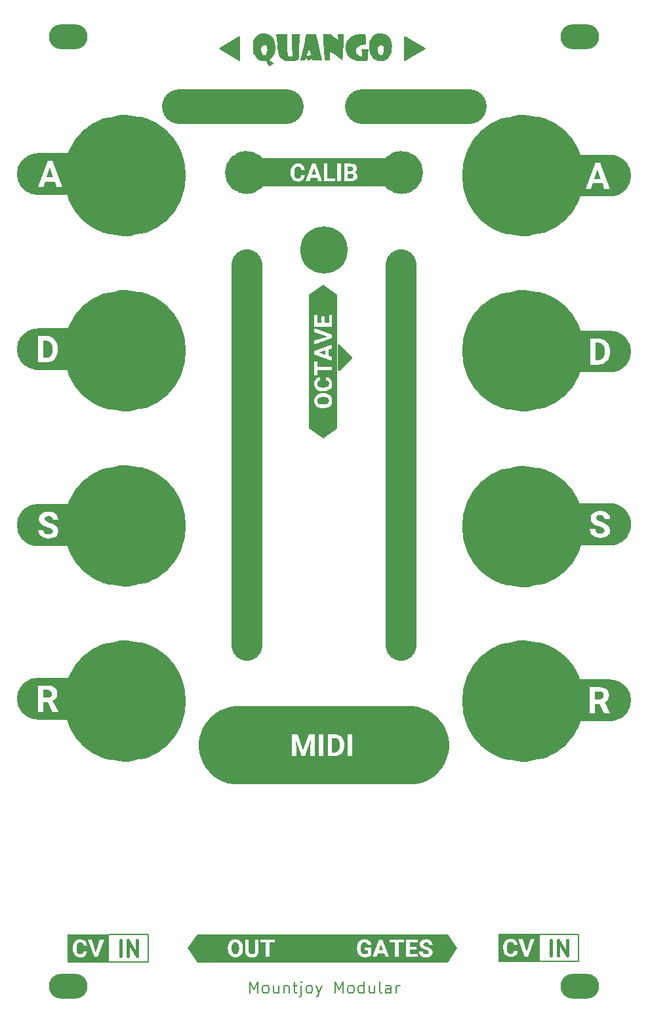
<source format=gbr>
%TF.GenerationSoftware,KiCad,Pcbnew,7.0.7*%
%TF.CreationDate,2023-08-21T16:31:17+01:00*%
%TF.ProjectId,Quango_Panel_3,5175616e-676f-45f5-9061-6e656c5f332e,rev?*%
%TF.SameCoordinates,Original*%
%TF.FileFunction,Soldermask,Top*%
%TF.FilePolarity,Negative*%
%FSLAX46Y46*%
G04 Gerber Fmt 4.6, Leading zero omitted, Abs format (unit mm)*
G04 Created by KiCad (PCBNEW 7.0.7) date 2023-08-21 16:31:17*
%MOMM*%
%LPD*%
G01*
G04 APERTURE LIST*
%ADD10C,0.150000*%
%ADD11C,7.853175*%
%ADD12C,2.776851*%
%ADD13C,4.000000*%
%ADD14C,4.500000*%
%ADD15C,0.200000*%
%ADD16C,0.400000*%
%ADD17C,7.000000*%
%ADD18O,5.000000X3.200000*%
%ADD19C,6.000000*%
%ADD20C,6.100000*%
%ADD21C,3.500000*%
G04 APERTURE END LIST*
D10*
X118250000Y-148800000D02*
X123350000Y-148800000D01*
D11*
X120126587Y-73500000D02*
G75*
G03*
X120126587Y-73500000I-3926587J0D01*
G01*
D12*
X81888425Y-50500000D02*
G75*
G03*
X81888425Y-50500000I-1388425J0D01*
G01*
D10*
X123350000Y-148800000D02*
X123350000Y-152300000D01*
D11*
X68726587Y-96100000D02*
G75*
G03*
X68726587Y-96100000I-3926587J0D01*
G01*
D10*
X67800000Y-148850000D02*
X67800000Y-152350000D01*
D11*
X68726587Y-50900000D02*
G75*
G03*
X68726587Y-50900000I-3926587J0D01*
G01*
D10*
X67800000Y-152350000D02*
X62700000Y-152350000D01*
D12*
X101888425Y-50500000D02*
G75*
G03*
X101888425Y-50500000I-1388425J0D01*
G01*
D10*
X79600000Y-36000000D02*
X77000000Y-34500000D01*
X79600000Y-33000000D01*
X79600000Y-36000000D01*
G36*
X79600000Y-36000000D02*
G01*
X77000000Y-34500000D01*
X79600000Y-33000000D01*
X79600000Y-36000000D01*
G37*
X62700000Y-148850000D02*
X67800000Y-148850000D01*
D11*
X120126587Y-50900000D02*
G75*
G03*
X120126587Y-50900000I-3926587J0D01*
G01*
D13*
X100450000Y-111450000D02*
X100450000Y-62350000D01*
D14*
X71800000Y-42000000D02*
X85600000Y-42000000D01*
D11*
X68726587Y-73500000D02*
G75*
G03*
X68726587Y-73500000I-3926587J0D01*
G01*
D14*
X109200000Y-42000000D02*
X95400000Y-42000000D01*
D11*
X120126587Y-96200000D02*
G75*
G03*
X120126587Y-96200000I-3926587J0D01*
G01*
D13*
X80550000Y-111450000D02*
X80550000Y-62350000D01*
D10*
X103500000Y-34500000D02*
X100900000Y-36000000D01*
X100900000Y-33000000D01*
X103500000Y-34500000D01*
G36*
X103500000Y-34500000D02*
G01*
X100900000Y-36000000D01*
X100900000Y-33000000D01*
X103500000Y-34500000D01*
G37*
X123350000Y-152300000D02*
X118250000Y-152300000D01*
D11*
X68726587Y-118700000D02*
G75*
G03*
X68726587Y-118700000I-3926587J0D01*
G01*
X120126587Y-118700000D02*
G75*
G03*
X120126587Y-118700000I-3926587J0D01*
G01*
D15*
X80928570Y-156383528D02*
X80928570Y-154883528D01*
X80928570Y-154883528D02*
X81428570Y-155954957D01*
X81428570Y-155954957D02*
X81928570Y-154883528D01*
X81928570Y-154883528D02*
X81928570Y-156383528D01*
X82857142Y-156383528D02*
X82714285Y-156312100D01*
X82714285Y-156312100D02*
X82642856Y-156240671D01*
X82642856Y-156240671D02*
X82571428Y-156097814D01*
X82571428Y-156097814D02*
X82571428Y-155669242D01*
X82571428Y-155669242D02*
X82642856Y-155526385D01*
X82642856Y-155526385D02*
X82714285Y-155454957D01*
X82714285Y-155454957D02*
X82857142Y-155383528D01*
X82857142Y-155383528D02*
X83071428Y-155383528D01*
X83071428Y-155383528D02*
X83214285Y-155454957D01*
X83214285Y-155454957D02*
X83285714Y-155526385D01*
X83285714Y-155526385D02*
X83357142Y-155669242D01*
X83357142Y-155669242D02*
X83357142Y-156097814D01*
X83357142Y-156097814D02*
X83285714Y-156240671D01*
X83285714Y-156240671D02*
X83214285Y-156312100D01*
X83214285Y-156312100D02*
X83071428Y-156383528D01*
X83071428Y-156383528D02*
X82857142Y-156383528D01*
X84642857Y-155383528D02*
X84642857Y-156383528D01*
X83999999Y-155383528D02*
X83999999Y-156169242D01*
X83999999Y-156169242D02*
X84071428Y-156312100D01*
X84071428Y-156312100D02*
X84214285Y-156383528D01*
X84214285Y-156383528D02*
X84428571Y-156383528D01*
X84428571Y-156383528D02*
X84571428Y-156312100D01*
X84571428Y-156312100D02*
X84642857Y-156240671D01*
X85357142Y-155383528D02*
X85357142Y-156383528D01*
X85357142Y-155526385D02*
X85428571Y-155454957D01*
X85428571Y-155454957D02*
X85571428Y-155383528D01*
X85571428Y-155383528D02*
X85785714Y-155383528D01*
X85785714Y-155383528D02*
X85928571Y-155454957D01*
X85928571Y-155454957D02*
X86000000Y-155597814D01*
X86000000Y-155597814D02*
X86000000Y-156383528D01*
X86500000Y-155383528D02*
X87071428Y-155383528D01*
X86714285Y-154883528D02*
X86714285Y-156169242D01*
X86714285Y-156169242D02*
X86785714Y-156312100D01*
X86785714Y-156312100D02*
X86928571Y-156383528D01*
X86928571Y-156383528D02*
X87071428Y-156383528D01*
X87571428Y-155383528D02*
X87571428Y-156669242D01*
X87571428Y-156669242D02*
X87500000Y-156812100D01*
X87500000Y-156812100D02*
X87357143Y-156883528D01*
X87357143Y-156883528D02*
X87285714Y-156883528D01*
X87571428Y-154883528D02*
X87500000Y-154954957D01*
X87500000Y-154954957D02*
X87571428Y-155026385D01*
X87571428Y-155026385D02*
X87642857Y-154954957D01*
X87642857Y-154954957D02*
X87571428Y-154883528D01*
X87571428Y-154883528D02*
X87571428Y-155026385D01*
X88500000Y-156383528D02*
X88357143Y-156312100D01*
X88357143Y-156312100D02*
X88285714Y-156240671D01*
X88285714Y-156240671D02*
X88214286Y-156097814D01*
X88214286Y-156097814D02*
X88214286Y-155669242D01*
X88214286Y-155669242D02*
X88285714Y-155526385D01*
X88285714Y-155526385D02*
X88357143Y-155454957D01*
X88357143Y-155454957D02*
X88500000Y-155383528D01*
X88500000Y-155383528D02*
X88714286Y-155383528D01*
X88714286Y-155383528D02*
X88857143Y-155454957D01*
X88857143Y-155454957D02*
X88928572Y-155526385D01*
X88928572Y-155526385D02*
X89000000Y-155669242D01*
X89000000Y-155669242D02*
X89000000Y-156097814D01*
X89000000Y-156097814D02*
X88928572Y-156240671D01*
X88928572Y-156240671D02*
X88857143Y-156312100D01*
X88857143Y-156312100D02*
X88714286Y-156383528D01*
X88714286Y-156383528D02*
X88500000Y-156383528D01*
X89500000Y-155383528D02*
X89857143Y-156383528D01*
X90214286Y-155383528D02*
X89857143Y-156383528D01*
X89857143Y-156383528D02*
X89714286Y-156740671D01*
X89714286Y-156740671D02*
X89642857Y-156812100D01*
X89642857Y-156812100D02*
X89500000Y-156883528D01*
X91928571Y-156383528D02*
X91928571Y-154883528D01*
X91928571Y-154883528D02*
X92428571Y-155954957D01*
X92428571Y-155954957D02*
X92928571Y-154883528D01*
X92928571Y-154883528D02*
X92928571Y-156383528D01*
X93857143Y-156383528D02*
X93714286Y-156312100D01*
X93714286Y-156312100D02*
X93642857Y-156240671D01*
X93642857Y-156240671D02*
X93571429Y-156097814D01*
X93571429Y-156097814D02*
X93571429Y-155669242D01*
X93571429Y-155669242D02*
X93642857Y-155526385D01*
X93642857Y-155526385D02*
X93714286Y-155454957D01*
X93714286Y-155454957D02*
X93857143Y-155383528D01*
X93857143Y-155383528D02*
X94071429Y-155383528D01*
X94071429Y-155383528D02*
X94214286Y-155454957D01*
X94214286Y-155454957D02*
X94285715Y-155526385D01*
X94285715Y-155526385D02*
X94357143Y-155669242D01*
X94357143Y-155669242D02*
X94357143Y-156097814D01*
X94357143Y-156097814D02*
X94285715Y-156240671D01*
X94285715Y-156240671D02*
X94214286Y-156312100D01*
X94214286Y-156312100D02*
X94071429Y-156383528D01*
X94071429Y-156383528D02*
X93857143Y-156383528D01*
X95642858Y-156383528D02*
X95642858Y-154883528D01*
X95642858Y-156312100D02*
X95500000Y-156383528D01*
X95500000Y-156383528D02*
X95214286Y-156383528D01*
X95214286Y-156383528D02*
X95071429Y-156312100D01*
X95071429Y-156312100D02*
X95000000Y-156240671D01*
X95000000Y-156240671D02*
X94928572Y-156097814D01*
X94928572Y-156097814D02*
X94928572Y-155669242D01*
X94928572Y-155669242D02*
X95000000Y-155526385D01*
X95000000Y-155526385D02*
X95071429Y-155454957D01*
X95071429Y-155454957D02*
X95214286Y-155383528D01*
X95214286Y-155383528D02*
X95500000Y-155383528D01*
X95500000Y-155383528D02*
X95642858Y-155454957D01*
X97000001Y-155383528D02*
X97000001Y-156383528D01*
X96357143Y-155383528D02*
X96357143Y-156169242D01*
X96357143Y-156169242D02*
X96428572Y-156312100D01*
X96428572Y-156312100D02*
X96571429Y-156383528D01*
X96571429Y-156383528D02*
X96785715Y-156383528D01*
X96785715Y-156383528D02*
X96928572Y-156312100D01*
X96928572Y-156312100D02*
X97000001Y-156240671D01*
X97928572Y-156383528D02*
X97785715Y-156312100D01*
X97785715Y-156312100D02*
X97714286Y-156169242D01*
X97714286Y-156169242D02*
X97714286Y-154883528D01*
X99142858Y-156383528D02*
X99142858Y-155597814D01*
X99142858Y-155597814D02*
X99071429Y-155454957D01*
X99071429Y-155454957D02*
X98928572Y-155383528D01*
X98928572Y-155383528D02*
X98642858Y-155383528D01*
X98642858Y-155383528D02*
X98500000Y-155454957D01*
X99142858Y-156312100D02*
X99000000Y-156383528D01*
X99000000Y-156383528D02*
X98642858Y-156383528D01*
X98642858Y-156383528D02*
X98500000Y-156312100D01*
X98500000Y-156312100D02*
X98428572Y-156169242D01*
X98428572Y-156169242D02*
X98428572Y-156026385D01*
X98428572Y-156026385D02*
X98500000Y-155883528D01*
X98500000Y-155883528D02*
X98642858Y-155812100D01*
X98642858Y-155812100D02*
X99000000Y-155812100D01*
X99000000Y-155812100D02*
X99142858Y-155740671D01*
X99857143Y-156383528D02*
X99857143Y-155383528D01*
X99857143Y-155669242D02*
X99928572Y-155526385D01*
X99928572Y-155526385D02*
X100000001Y-155454957D01*
X100000001Y-155454957D02*
X100142858Y-155383528D01*
X100142858Y-155383528D02*
X100285715Y-155383528D01*
D16*
X119802381Y-151554438D02*
X119802381Y-149554438D01*
X120754762Y-151554438D02*
X120754762Y-149554438D01*
X120754762Y-149554438D02*
X121897619Y-151554438D01*
X121897619Y-151554438D02*
X121897619Y-149554438D01*
X64252381Y-151604438D02*
X64252381Y-149604438D01*
X65204762Y-151604438D02*
X65204762Y-149604438D01*
X65204762Y-149604438D02*
X66347619Y-151604438D01*
X66347619Y-151604438D02*
X66347619Y-149604438D01*
%TO.C,kibuzzard-649D9B25*%
G36*
X58184101Y-98731616D02*
G01*
X56199726Y-98731616D01*
X54971894Y-98731616D01*
X53602210Y-98731616D01*
X53601813Y-98731616D01*
X53334068Y-98718463D01*
X53068901Y-98679129D01*
X52808867Y-98613994D01*
X52556469Y-98523684D01*
X52314138Y-98409070D01*
X52084209Y-98271256D01*
X51868894Y-98111568D01*
X51670269Y-97931544D01*
X51490245Y-97732919D01*
X51330557Y-97517605D01*
X51192743Y-97287675D01*
X51078129Y-97045344D01*
X50987820Y-96792946D01*
X50946470Y-96627869D01*
X53602210Y-96627869D01*
X53644359Y-96935989D01*
X53770804Y-97204578D01*
X53977478Y-97426948D01*
X54260309Y-97596414D01*
X54598661Y-97703675D01*
X54971894Y-97739429D01*
X55321485Y-97711653D01*
X55619916Y-97628324D01*
X55867188Y-97489444D01*
X56051931Y-97301729D01*
X56162777Y-97071898D01*
X56199726Y-96799951D01*
X56131707Y-96437183D01*
X55927649Y-96139526D01*
X55710350Y-95972353D01*
X55421220Y-95824300D01*
X55060260Y-95695367D01*
X54776266Y-95594211D01*
X54570755Y-95486078D01*
X54404487Y-95209351D01*
X54546338Y-94924484D01*
X54716677Y-94843385D01*
X54943988Y-94816351D01*
X55179439Y-94848617D01*
X55355591Y-94945413D01*
X55465468Y-95100346D01*
X55502094Y-95307019D01*
X56199726Y-95307019D01*
X56160484Y-95018665D01*
X56042759Y-94762866D01*
X55854107Y-94550379D01*
X55602088Y-94391959D01*
X55298618Y-94293418D01*
X54955616Y-94260571D01*
X54612904Y-94290802D01*
X54305655Y-94381494D01*
X54049857Y-94525962D01*
X53861496Y-94717520D01*
X53745515Y-94947448D01*
X53706855Y-95207025D01*
X53770933Y-95534912D01*
X53963170Y-95814740D01*
X54283564Y-96046509D01*
X54532967Y-96161327D01*
X54857947Y-96277890D01*
X55164905Y-96392418D01*
X55360242Y-96501132D01*
X55499769Y-96804602D01*
X55360242Y-97087143D01*
X55193392Y-97163010D01*
X54971894Y-97188300D01*
X54678888Y-97153273D01*
X54469599Y-97048192D01*
X54344025Y-96873057D01*
X54302167Y-96627869D01*
X53602210Y-96627869D01*
X50946470Y-96627869D01*
X50922684Y-96532912D01*
X50883351Y-96267745D01*
X50870197Y-96000000D01*
X50883351Y-95732255D01*
X50922684Y-95467088D01*
X50987820Y-95207054D01*
X51078129Y-94954656D01*
X51192743Y-94712325D01*
X51330557Y-94482395D01*
X51490245Y-94267081D01*
X51670269Y-94068456D01*
X51868894Y-93888432D01*
X52084209Y-93728744D01*
X52314138Y-93590930D01*
X52556469Y-93476316D01*
X52808867Y-93386006D01*
X53068901Y-93320871D01*
X53334068Y-93281537D01*
X53601813Y-93268384D01*
X53602210Y-93268384D01*
X56199726Y-93268384D01*
X58184101Y-93268384D01*
X58184101Y-98731616D01*
G37*
%TO.C,kibuzzard-649E93AB*%
G36*
X90686804Y-74027185D02*
G01*
X89841895Y-73746582D01*
X90686804Y-73462878D01*
X90686804Y-74027185D01*
G37*
G36*
X90674832Y-79477326D02*
G01*
X90853375Y-79519701D01*
X90994537Y-79589636D01*
X91132320Y-79742340D01*
X91178247Y-79949304D01*
X91130576Y-80160144D01*
X90987561Y-80315173D01*
X90843212Y-80385798D01*
X90664411Y-80428172D01*
X90451160Y-80442297D01*
X90341089Y-80442297D01*
X90125340Y-80427311D01*
X89947314Y-80384420D01*
X89807013Y-80313623D01*
X89670393Y-80159756D01*
X89624854Y-79952405D01*
X89670975Y-79743890D01*
X89809338Y-79589636D01*
X89951276Y-79519012D01*
X90131110Y-79476637D01*
X90348840Y-79462512D01*
X90458911Y-79462512D01*
X90674832Y-79477326D01*
G37*
G36*
X92221077Y-71397888D02*
G01*
X92221077Y-74307788D01*
X92221077Y-75568176D01*
X92221077Y-77789746D01*
X92221077Y-79949304D01*
X92221077Y-80913586D01*
X92221077Y-83559420D01*
X90400000Y-84773471D01*
X88578923Y-83559420D01*
X88578923Y-80913586D01*
X88578923Y-79952405D01*
X89240381Y-79952405D01*
X89255453Y-80133531D01*
X89300670Y-80300704D01*
X89376031Y-80453925D01*
X89479557Y-80589145D01*
X89609264Y-80702316D01*
X89765155Y-80793439D01*
X89943008Y-80860187D01*
X90138603Y-80900237D01*
X90351941Y-80913586D01*
X90463562Y-80913586D01*
X90672249Y-80899289D01*
X90864227Y-80858465D01*
X91039496Y-80791113D01*
X91193578Y-80699474D01*
X91321994Y-80585786D01*
X91424744Y-80450049D01*
X91499674Y-80296570D01*
X91544633Y-80129655D01*
X91559619Y-79949304D01*
X91544461Y-79767317D01*
X91498985Y-79599627D01*
X91423193Y-79446234D01*
X91319496Y-79311273D01*
X91190305Y-79198876D01*
X91035620Y-79109045D01*
X90859059Y-79043589D01*
X90664239Y-79004315D01*
X90451160Y-78991223D01*
X90350391Y-78991223D01*
X90137914Y-79004573D01*
X89942836Y-79044622D01*
X89765155Y-79111371D01*
X89609264Y-79202494D01*
X89479557Y-79315665D01*
X89376031Y-79450885D01*
X89300670Y-79604106D01*
X89255453Y-79771279D01*
X89240381Y-79952405D01*
X88578923Y-79952405D01*
X88578923Y-77783545D01*
X89240381Y-77783545D01*
X89255109Y-77963982D01*
X89299292Y-78129088D01*
X89372931Y-78278864D01*
X89534355Y-78467418D01*
X89753528Y-78606750D01*
X89927505Y-78670485D01*
X90118708Y-78708725D01*
X90327136Y-78721472D01*
X90465112Y-78721472D01*
X90706522Y-78705921D01*
X90920705Y-78659267D01*
X91107660Y-78581510D01*
X91267389Y-78472650D01*
X91395240Y-78336660D01*
X91486562Y-78177513D01*
X91541355Y-77995208D01*
X91559619Y-77789746D01*
X91536365Y-77542302D01*
X91466602Y-77329137D01*
X91350330Y-77150250D01*
X91193578Y-77012533D01*
X91002375Y-76922874D01*
X90776721Y-76881274D01*
X90776721Y-77346362D01*
X90955974Y-77384538D01*
X91081354Y-77468060D01*
X91155186Y-77601579D01*
X91179797Y-77789746D01*
X91137552Y-77996516D01*
X91010815Y-78139337D01*
X90876284Y-78200918D01*
X90698001Y-78237867D01*
X90475964Y-78250183D01*
X90305432Y-78250183D01*
X90092267Y-78235628D01*
X89919926Y-78196095D01*
X89788409Y-78131586D01*
X89663417Y-77986827D01*
X89621753Y-77783545D01*
X89646364Y-77596928D01*
X89720197Y-77464960D01*
X89848677Y-77382213D01*
X90037231Y-77343262D01*
X90037231Y-76878174D01*
X89803826Y-76925372D01*
X89607973Y-77017356D01*
X89449670Y-77154126D01*
X89333398Y-77330170D01*
X89263635Y-77539977D01*
X89240381Y-77783545D01*
X88578923Y-77783545D01*
X88578923Y-76715393D01*
X89271387Y-76715393D01*
X89648108Y-76715393D01*
X89648108Y-76033264D01*
X91528613Y-76033264D01*
X91528613Y-75568176D01*
X89648108Y-75568176D01*
X89648108Y-74876746D01*
X89271387Y-74876746D01*
X89271387Y-76715393D01*
X88578923Y-76715393D01*
X88578923Y-73962073D01*
X89271387Y-73962073D01*
X91528613Y-74802332D01*
X91528613Y-74307788D01*
X91063525Y-74152759D01*
X91063525Y-73337305D01*
X91528613Y-73180725D01*
X91528613Y-72686182D01*
X89271387Y-73531091D01*
X89271387Y-73962073D01*
X88578923Y-73962073D01*
X88578923Y-72666028D01*
X89271387Y-72666028D01*
X91528613Y-71883130D01*
X91528613Y-71397888D01*
X89271387Y-70611890D01*
X89271387Y-71129687D01*
X90968958Y-71641284D01*
X89271387Y-72149780D01*
X89271387Y-72666028D01*
X88578923Y-72666028D01*
X88578923Y-70399500D01*
X89271387Y-70399500D01*
X91528613Y-70399500D01*
X91528613Y-68886414D01*
X91154993Y-68886414D01*
X91154993Y-69934412D01*
X90550378Y-69934412D01*
X90550378Y-69041443D01*
X90186060Y-69041443D01*
X90186060Y-69934412D01*
X89648108Y-69934412D01*
X89648108Y-68889514D01*
X89271387Y-68889514D01*
X89271387Y-70399500D01*
X88578923Y-70399500D01*
X88578923Y-68886414D01*
X88578923Y-66240580D01*
X90400000Y-65026529D01*
X92221077Y-66240580D01*
X92221077Y-68886414D01*
X92221077Y-71397888D01*
G37*
%TO.C,kibuzzard-649D9B2C*%
G36*
X55066558Y-117306462D02*
G01*
X55238932Y-117409363D01*
X55340960Y-117572144D01*
X55374970Y-117786084D01*
X55338926Y-117995664D01*
X55230793Y-118154666D01*
X55056966Y-118254951D01*
X54823841Y-118288379D01*
X54261084Y-118288379D01*
X54261084Y-117272162D01*
X54821515Y-117272162D01*
X55066558Y-117306462D01*
G37*
G36*
X58184876Y-121085107D02*
G01*
X56200501Y-121085107D01*
X54261084Y-121085107D01*
X53563452Y-121085107D01*
X53563056Y-121085107D01*
X53299869Y-121072178D01*
X53039217Y-121033514D01*
X52783610Y-120969488D01*
X52535509Y-120880716D01*
X52297305Y-120768053D01*
X52071290Y-120632585D01*
X51859641Y-120475616D01*
X51664398Y-120298658D01*
X51487439Y-120103414D01*
X51330470Y-119891766D01*
X51195002Y-119665751D01*
X51082340Y-119427546D01*
X50993568Y-119179446D01*
X50929542Y-118923838D01*
X50890878Y-118663187D01*
X50877948Y-118400000D01*
X50890878Y-118136813D01*
X50929542Y-117876162D01*
X50993568Y-117620554D01*
X51082340Y-117372454D01*
X51195002Y-117134249D01*
X51330470Y-116908234D01*
X51479656Y-116707080D01*
X53563452Y-116707080D01*
X53563452Y-120092920D01*
X54261084Y-120092920D01*
X54261084Y-118853461D01*
X54816864Y-118853461D01*
X55451709Y-120092920D01*
X56200501Y-120092920D01*
X56200501Y-120060364D01*
X55467987Y-118676727D01*
X55733960Y-118515981D01*
X55922611Y-118308145D01*
X56035104Y-118047987D01*
X56072602Y-117730273D01*
X56036428Y-117429258D01*
X55927908Y-117177336D01*
X55747040Y-116974506D01*
X55499510Y-116825936D01*
X55191002Y-116736794D01*
X54821515Y-116707080D01*
X53563452Y-116707080D01*
X51479656Y-116707080D01*
X51487439Y-116696586D01*
X51664398Y-116501342D01*
X51859641Y-116324384D01*
X52071290Y-116167415D01*
X52297305Y-116031947D01*
X52535509Y-115919284D01*
X52783610Y-115830512D01*
X53039217Y-115766486D01*
X53299869Y-115727822D01*
X53563056Y-115714893D01*
X53563452Y-115714893D01*
X56200501Y-115714893D01*
X58184876Y-115714893D01*
X58184876Y-121085107D01*
G37*
%TO.C,kibuzzard-649D9B6F*%
G36*
X126302605Y-117506462D02*
G01*
X126474979Y-117609363D01*
X126577007Y-117772144D01*
X126611017Y-117986084D01*
X126574972Y-118195664D01*
X126466839Y-118354666D01*
X126293013Y-118454951D01*
X126059888Y-118488379D01*
X125497131Y-118488379D01*
X125497131Y-117472162D01*
X126057562Y-117472162D01*
X126302605Y-117506462D01*
G37*
G36*
X127700131Y-115927822D02*
G01*
X127960783Y-115966486D01*
X128216390Y-116030513D01*
X128464491Y-116119284D01*
X128702695Y-116231947D01*
X128928710Y-116367415D01*
X129140358Y-116524384D01*
X129335602Y-116701342D01*
X129512560Y-116896586D01*
X129669529Y-117108234D01*
X129804998Y-117334249D01*
X129917660Y-117572454D01*
X130006432Y-117820555D01*
X130070458Y-118076162D01*
X130109122Y-118336813D01*
X130122052Y-118600000D01*
X130109122Y-118863187D01*
X130070458Y-119123838D01*
X130006432Y-119379445D01*
X129917660Y-119627546D01*
X129804998Y-119865751D01*
X129669529Y-120091766D01*
X129512560Y-120303414D01*
X129335602Y-120498658D01*
X129140358Y-120675616D01*
X128928710Y-120832585D01*
X128702695Y-120968053D01*
X128464491Y-121080716D01*
X128216390Y-121169487D01*
X127960783Y-121233514D01*
X127700131Y-121272178D01*
X127436945Y-121285107D01*
X127436548Y-121285107D01*
X125497131Y-121285107D01*
X124799499Y-121285107D01*
X122815124Y-121285107D01*
X122815124Y-116907080D01*
X124799499Y-116907080D01*
X124799499Y-120292920D01*
X125497131Y-120292920D01*
X125497131Y-119053461D01*
X126052911Y-119053461D01*
X126687756Y-120292920D01*
X127436548Y-120292920D01*
X127436548Y-120260364D01*
X126704034Y-118876727D01*
X126970006Y-118715981D01*
X127158658Y-118508145D01*
X127271151Y-118247987D01*
X127308649Y-117930273D01*
X127272475Y-117629258D01*
X127163955Y-117377336D01*
X126983087Y-117174506D01*
X126735557Y-117025936D01*
X126427049Y-116936794D01*
X126057562Y-116907080D01*
X124799499Y-116907080D01*
X122815124Y-116907080D01*
X122815124Y-115914893D01*
X124799499Y-115914893D01*
X127436548Y-115914893D01*
X127436945Y-115914893D01*
X127700131Y-115927822D01*
G37*
%TO.C,kibuzzard-649DB643*%
G36*
X79267725Y-149870975D02*
G01*
X79421979Y-150009338D01*
X79492604Y-150151276D01*
X79534979Y-150331110D01*
X79549103Y-150548840D01*
X79549103Y-150658911D01*
X79534290Y-150874832D01*
X79491915Y-151053375D01*
X79421979Y-151194537D01*
X79269276Y-151332320D01*
X79062311Y-151378247D01*
X78851472Y-151330576D01*
X78696442Y-151187561D01*
X78625818Y-151043212D01*
X78583443Y-150864411D01*
X78569318Y-150651160D01*
X78569318Y-150541089D01*
X78584304Y-150325340D01*
X78627196Y-150147314D01*
X78697993Y-150007013D01*
X78851859Y-149870393D01*
X79059211Y-149824854D01*
X79267725Y-149870975D01*
G37*
G36*
X92084772Y-152421077D02*
G01*
X84147272Y-152421077D01*
X83455842Y-152421077D01*
X81201716Y-152421077D01*
X79062311Y-152421077D01*
X78098029Y-152421077D01*
X74129279Y-152421077D01*
X72957603Y-150663562D01*
X78098029Y-150663562D01*
X78112326Y-150872249D01*
X78153151Y-151064227D01*
X78220502Y-151239496D01*
X78312142Y-151393578D01*
X78425830Y-151521994D01*
X78561567Y-151624744D01*
X78715046Y-151699674D01*
X78881961Y-151744633D01*
X79062311Y-151759619D01*
X79244299Y-151744461D01*
X79411989Y-151698985D01*
X79565382Y-151623193D01*
X79700343Y-151519496D01*
X79812739Y-151390305D01*
X79902570Y-151235620D01*
X79968027Y-151059059D01*
X80007301Y-150864239D01*
X80020393Y-150651160D01*
X80020393Y-150550391D01*
X80007043Y-150337914D01*
X79966994Y-150142836D01*
X79900245Y-149965155D01*
X79809122Y-149809264D01*
X79695951Y-149679557D01*
X79560731Y-149576031D01*
X79407510Y-149500670D01*
X79299247Y-149471387D01*
X80336652Y-149471387D01*
X80336652Y-150975171D01*
X80365074Y-151201686D01*
X80444139Y-151393405D01*
X80573847Y-151550330D01*
X80746963Y-151666602D01*
X80956253Y-151736365D01*
X81201716Y-151759619D01*
X81450538Y-151735676D01*
X81661636Y-151663845D01*
X81835010Y-151544128D01*
X81963771Y-151383242D01*
X82041027Y-151187906D01*
X82066779Y-150958118D01*
X82066779Y-149471387D01*
X82308625Y-149471387D01*
X82308625Y-149848108D01*
X82990754Y-149848108D01*
X82990754Y-151728613D01*
X83455842Y-151728613D01*
X83455842Y-149848108D01*
X84147272Y-149848108D01*
X84147272Y-149471387D01*
X82308625Y-149471387D01*
X82066779Y-149471387D01*
X81600141Y-149471387D01*
X81600141Y-150973621D01*
X81572914Y-151154036D01*
X81497434Y-151282904D01*
X81373701Y-151360225D01*
X81201716Y-151385999D01*
X81034478Y-151360612D01*
X80907935Y-151284454D01*
X80828289Y-151152873D01*
X80801740Y-150961218D01*
X80801740Y-149471387D01*
X80336652Y-149471387D01*
X79299247Y-149471387D01*
X79240337Y-149455453D01*
X79059211Y-149440381D01*
X78878085Y-149455453D01*
X78710912Y-149500670D01*
X78557691Y-149576031D01*
X78422471Y-149679557D01*
X78309300Y-149809264D01*
X78218177Y-149965155D01*
X78151428Y-150143008D01*
X78111379Y-150338603D01*
X78098029Y-150551941D01*
X78098029Y-150663562D01*
X72957603Y-150663562D01*
X72915228Y-150600000D01*
X74129279Y-148778923D01*
X78098029Y-148778923D01*
X84147272Y-148778923D01*
X92084772Y-148778923D01*
X92084772Y-152421077D01*
G37*
%TO.C,kibuzzard-649D9A54*%
G36*
X62765987Y-152421077D02*
G01*
X62104529Y-152421077D01*
X61318530Y-152421077D01*
X59027197Y-152421077D01*
X58095471Y-152421077D01*
X57434013Y-152421077D01*
X57434013Y-150665112D01*
X58095471Y-150665112D01*
X58111023Y-150906522D01*
X58157677Y-151120705D01*
X58235434Y-151307660D01*
X58344293Y-151467389D01*
X58480283Y-151595240D01*
X58639430Y-151686562D01*
X58821735Y-151741355D01*
X59027197Y-151759619D01*
X59274641Y-151736365D01*
X59487807Y-151666602D01*
X59666693Y-151550330D01*
X59804411Y-151393578D01*
X59894069Y-151202375D01*
X59935669Y-150976721D01*
X59470581Y-150976721D01*
X59432405Y-151155974D01*
X59348883Y-151281354D01*
X59215364Y-151355186D01*
X59027197Y-151379797D01*
X58820427Y-151337552D01*
X58677606Y-151210815D01*
X58616025Y-151076284D01*
X58579076Y-150898001D01*
X58566760Y-150675964D01*
X58566760Y-150505432D01*
X58581316Y-150292267D01*
X58620848Y-150119926D01*
X58685358Y-149988409D01*
X58830116Y-149863417D01*
X59033398Y-149821753D01*
X59220015Y-149846364D01*
X59351984Y-149920197D01*
X59434731Y-150048677D01*
X59473682Y-150237231D01*
X59938770Y-150237231D01*
X59891572Y-150003826D01*
X59799588Y-149807973D01*
X59662817Y-149649670D01*
X59486773Y-149533398D01*
X59300280Y-149471387D01*
X60050391Y-149471387D01*
X60833289Y-151728613D01*
X61318530Y-151728613D01*
X62104529Y-149471387D01*
X61586731Y-149471387D01*
X61075134Y-151168958D01*
X60566638Y-149471387D01*
X60050391Y-149471387D01*
X59300280Y-149471387D01*
X59276967Y-149463635D01*
X59033398Y-149440381D01*
X58852962Y-149455109D01*
X58687855Y-149499292D01*
X58538080Y-149572931D01*
X58349525Y-149734355D01*
X58210193Y-149953528D01*
X58146459Y-150127505D01*
X58108218Y-150318708D01*
X58095471Y-150527136D01*
X58095471Y-150665112D01*
X57434013Y-150665112D01*
X57434013Y-148778923D01*
X58095471Y-148778923D01*
X62104529Y-148778923D01*
X62765987Y-148778923D01*
X62765987Y-152421077D01*
G37*
%TO.C,kibuzzard-649D9A6F*%
G36*
X98142836Y-150886804D02*
G01*
X97578529Y-150886804D01*
X97859132Y-150041895D01*
X98142836Y-150886804D01*
G37*
G36*
X107716067Y-150600000D02*
G01*
X106502016Y-152421077D01*
X104517641Y-152421077D01*
X103699086Y-152421077D01*
X102607680Y-152421077D01*
X100138063Y-152421077D01*
X97297926Y-152421077D01*
X95753834Y-152421077D01*
X94775600Y-152421077D01*
X89483933Y-152421077D01*
X89483933Y-150688367D01*
X94775600Y-150688367D01*
X94790672Y-150898001D01*
X94831755Y-151088687D01*
X94898848Y-151260425D01*
X95044188Y-151474947D01*
X95239912Y-151631720D01*
X95395200Y-151702775D01*
X95566507Y-151745408D01*
X95753834Y-151759619D01*
X96020485Y-151738884D01*
X96060417Y-151728613D01*
X96803383Y-151728613D01*
X97297926Y-151728613D01*
X97452955Y-151263525D01*
X98268410Y-151263525D01*
X98424989Y-151728613D01*
X98919533Y-151728613D01*
X98074623Y-149471387D01*
X98990846Y-149471387D01*
X98990846Y-149848108D01*
X99672975Y-149848108D01*
X99672975Y-151728613D01*
X100138063Y-151728613D01*
X100138063Y-149848108D01*
X100829494Y-149848108D01*
X100829494Y-149471387D01*
X101094594Y-149471387D01*
X101094594Y-151728613D01*
X102607680Y-151728613D01*
X102607680Y-151354993D01*
X101559682Y-151354993D01*
X101559682Y-151018579D01*
X102785963Y-151018579D01*
X102814062Y-151223993D01*
X102898360Y-151403052D01*
X103036142Y-151551299D01*
X103224696Y-151664276D01*
X103450264Y-151735783D01*
X103699086Y-151759619D01*
X103932147Y-151741102D01*
X104131101Y-151685550D01*
X104295949Y-151592963D01*
X104419111Y-151467820D01*
X104493008Y-151314599D01*
X104517641Y-151133301D01*
X104472294Y-150891455D01*
X104336256Y-150693018D01*
X104191390Y-150581569D01*
X103998637Y-150482867D01*
X103757997Y-150396912D01*
X103568667Y-150329474D01*
X103431660Y-150257385D01*
X103320814Y-150072900D01*
X103415382Y-149882990D01*
X103528941Y-149828923D01*
X103680482Y-149810901D01*
X103837449Y-149832411D01*
X103954884Y-149896942D01*
X104028136Y-150000230D01*
X104052553Y-150138013D01*
X104517641Y-150138013D01*
X104491479Y-149945776D01*
X104412996Y-149775244D01*
X104287228Y-149633586D01*
X104119215Y-149527972D01*
X103916902Y-149462279D01*
X103688234Y-149440381D01*
X103459759Y-149460535D01*
X103254927Y-149520996D01*
X103084395Y-149617308D01*
X102958821Y-149745013D01*
X102881500Y-149898299D01*
X102855726Y-150071350D01*
X102898446Y-150289941D01*
X103026603Y-150476493D01*
X103240199Y-150631006D01*
X103406468Y-150707552D01*
X103623121Y-150785260D01*
X103827760Y-150861612D01*
X103957985Y-150934088D01*
X104051002Y-151136401D01*
X103957985Y-151324762D01*
X103846751Y-151375340D01*
X103699086Y-151392200D01*
X103503749Y-151368848D01*
X103364223Y-151298795D01*
X103280507Y-151182038D01*
X103252601Y-151018579D01*
X102785963Y-151018579D01*
X101559682Y-151018579D01*
X101559682Y-150750378D01*
X102452650Y-150750378D01*
X102452650Y-150386060D01*
X101559682Y-150386060D01*
X101559682Y-149848108D01*
X102604579Y-149848108D01*
X102604579Y-149471387D01*
X101094594Y-149471387D01*
X100829494Y-149471387D01*
X98990846Y-149471387D01*
X98074623Y-149471387D01*
X97643641Y-149471387D01*
X96803383Y-151728613D01*
X96060417Y-151728613D01*
X96262330Y-151676678D01*
X96465806Y-151576878D01*
X96617348Y-151443359D01*
X96617348Y-150542639D01*
X95729030Y-150542639D01*
X95729030Y-150885254D01*
X96152260Y-150885254D01*
X96152260Y-151274377D01*
X96003044Y-151358093D01*
X95778639Y-151385999D01*
X95549583Y-151340652D01*
X95383314Y-151204614D01*
X95308384Y-151064399D01*
X95263425Y-150885598D01*
X95248439Y-150668213D01*
X95248439Y-150524036D01*
X95263081Y-150308717D01*
X95304938Y-150131984D01*
X95374013Y-149993835D01*
X95526329Y-149860123D01*
X95735231Y-149815552D01*
X95901306Y-149838031D01*
X96027461Y-149905469D01*
X96114859Y-150021353D01*
X96164662Y-150189172D01*
X96617348Y-150189172D01*
X96568944Y-149964638D01*
X96479544Y-149778861D01*
X96349147Y-149631842D01*
X96178787Y-149525475D01*
X95969497Y-149461654D01*
X95721278Y-149440381D01*
X95537224Y-149454936D01*
X95369534Y-149498603D01*
X95218208Y-149571381D01*
X95028685Y-149731448D01*
X94889546Y-149949652D01*
X94826242Y-150124577D01*
X94788260Y-150319655D01*
X94775600Y-150534888D01*
X94775600Y-150688367D01*
X89483933Y-150688367D01*
X89483933Y-148778923D01*
X94775600Y-148778923D01*
X104517641Y-148778923D01*
X106502016Y-148778923D01*
X107716067Y-150600000D01*
G37*
%TO.C,kibuzzard-649D9A54*%
G36*
X118315987Y-152371077D02*
G01*
X117654529Y-152371077D01*
X116868530Y-152371077D01*
X114577197Y-152371077D01*
X113645471Y-152371077D01*
X112984013Y-152371077D01*
X112984013Y-150615112D01*
X113645471Y-150615112D01*
X113661023Y-150856522D01*
X113707677Y-151070705D01*
X113785434Y-151257660D01*
X113894293Y-151417389D01*
X114030283Y-151545240D01*
X114189430Y-151636562D01*
X114371735Y-151691355D01*
X114577197Y-151709619D01*
X114824641Y-151686365D01*
X115037807Y-151616602D01*
X115216693Y-151500330D01*
X115354411Y-151343578D01*
X115444069Y-151152375D01*
X115485669Y-150926721D01*
X115020581Y-150926721D01*
X114982405Y-151105974D01*
X114898883Y-151231354D01*
X114765364Y-151305186D01*
X114577197Y-151329797D01*
X114370427Y-151287552D01*
X114227606Y-151160815D01*
X114166025Y-151026284D01*
X114129076Y-150848001D01*
X114116760Y-150625964D01*
X114116760Y-150455432D01*
X114131316Y-150242267D01*
X114170848Y-150069926D01*
X114235358Y-149938409D01*
X114380116Y-149813417D01*
X114583398Y-149771753D01*
X114770015Y-149796364D01*
X114901984Y-149870197D01*
X114984731Y-149998677D01*
X115023682Y-150187231D01*
X115488770Y-150187231D01*
X115441572Y-149953826D01*
X115349588Y-149757973D01*
X115212817Y-149599670D01*
X115036773Y-149483398D01*
X114850280Y-149421387D01*
X115600391Y-149421387D01*
X116383289Y-151678613D01*
X116868530Y-151678613D01*
X117654529Y-149421387D01*
X117136731Y-149421387D01*
X116625134Y-151118958D01*
X116116638Y-149421387D01*
X115600391Y-149421387D01*
X114850280Y-149421387D01*
X114826967Y-149413635D01*
X114583398Y-149390381D01*
X114402962Y-149405109D01*
X114237855Y-149449292D01*
X114088080Y-149522931D01*
X113899525Y-149684355D01*
X113760193Y-149903528D01*
X113696459Y-150077505D01*
X113658218Y-150268708D01*
X113645471Y-150477136D01*
X113645471Y-150615112D01*
X112984013Y-150615112D01*
X112984013Y-148728923D01*
X113645471Y-148728923D01*
X117654529Y-148728923D01*
X118315987Y-148728923D01*
X118315987Y-152371077D01*
G37*
%TO.C,kibuzzard-649D9B1E*%
G36*
X54967437Y-72238728D02*
G01*
X55230793Y-72438425D01*
X55349648Y-72643709D01*
X55420962Y-72904546D01*
X55444733Y-73220935D01*
X55444733Y-73399994D01*
X55418120Y-73706177D01*
X55344481Y-73961200D01*
X55223816Y-74165063D01*
X54959298Y-74365633D01*
X54598273Y-74432489D01*
X54261084Y-74432489D01*
X54261084Y-72172162D01*
X54605249Y-72172162D01*
X54967437Y-72238728D01*
G37*
G36*
X58136042Y-75985107D02*
G01*
X56151667Y-75985107D01*
X53563453Y-75985107D01*
X53563056Y-75985107D01*
X53299869Y-75972178D01*
X53039217Y-75933514D01*
X52783610Y-75869488D01*
X52535510Y-75780716D01*
X52297305Y-75668053D01*
X52071290Y-75532585D01*
X51859642Y-75375616D01*
X51664398Y-75198658D01*
X51487440Y-75003414D01*
X51330470Y-74791766D01*
X51195002Y-74565751D01*
X51082340Y-74327546D01*
X50993568Y-74079446D01*
X50929542Y-73823838D01*
X50890878Y-73563187D01*
X50877948Y-73300000D01*
X50890878Y-73036813D01*
X50929542Y-72776162D01*
X50993568Y-72520554D01*
X51082340Y-72272454D01*
X51195002Y-72034249D01*
X51330470Y-71808234D01*
X51479657Y-71607080D01*
X53563453Y-71607080D01*
X53563453Y-74992920D01*
X54612226Y-74992920D01*
X54898255Y-74969149D01*
X55164130Y-74900936D01*
X55409852Y-74788281D01*
X55627797Y-74635061D01*
X55810344Y-74445150D01*
X55957493Y-74218549D01*
X56065367Y-73961975D01*
X56130092Y-73682147D01*
X56151667Y-73379065D01*
X56151667Y-73223260D01*
X56129704Y-72919791D01*
X56063817Y-72638800D01*
X55954004Y-72380289D01*
X55805047Y-72151879D01*
X55621725Y-71961193D01*
X55404038Y-71808231D01*
X55158704Y-71696480D01*
X54892441Y-71629430D01*
X54605249Y-71607080D01*
X53563453Y-71607080D01*
X51479657Y-71607080D01*
X51487440Y-71596586D01*
X51664398Y-71401342D01*
X51859642Y-71224384D01*
X52071290Y-71067415D01*
X52297305Y-70931947D01*
X52535510Y-70819284D01*
X52783610Y-70730512D01*
X53039217Y-70666486D01*
X53299869Y-70627822D01*
X53563056Y-70614893D01*
X53563453Y-70614893D01*
X56151667Y-70614893D01*
X58136042Y-70614893D01*
X58136042Y-75985107D01*
G37*
%TO.C,kibuzzard-649D9B68*%
G36*
X127686086Y-93181537D02*
G01*
X127951253Y-93220871D01*
X128211287Y-93286006D01*
X128463685Y-93376316D01*
X128706016Y-93490930D01*
X128935945Y-93628744D01*
X129151260Y-93788432D01*
X129349885Y-93968456D01*
X129529909Y-94167081D01*
X129689597Y-94382395D01*
X129827411Y-94612325D01*
X129942025Y-94854656D01*
X130032335Y-95107054D01*
X130097470Y-95367088D01*
X130136803Y-95632255D01*
X130149957Y-95900000D01*
X130136803Y-96167745D01*
X130097470Y-96432912D01*
X130032335Y-96692946D01*
X129942025Y-96945344D01*
X129827411Y-97187675D01*
X129689597Y-97417605D01*
X129529909Y-97632919D01*
X129349885Y-97831544D01*
X129151260Y-98011568D01*
X128935945Y-98171256D01*
X128706016Y-98309070D01*
X128463685Y-98423684D01*
X128211287Y-98513994D01*
X127951253Y-98579129D01*
X127686086Y-98618463D01*
X127418341Y-98631616D01*
X127417944Y-98631616D01*
X126190112Y-98631616D01*
X124820428Y-98631616D01*
X122836053Y-98631616D01*
X122836053Y-96527869D01*
X124820428Y-96527869D01*
X124862577Y-96835989D01*
X124989022Y-97104578D01*
X125195696Y-97326948D01*
X125478527Y-97496414D01*
X125816879Y-97603675D01*
X126190112Y-97639429D01*
X126539703Y-97611653D01*
X126838134Y-97528324D01*
X127085406Y-97389444D01*
X127270149Y-97201729D01*
X127380995Y-96971898D01*
X127417944Y-96699951D01*
X127349925Y-96337183D01*
X127145867Y-96039526D01*
X126928568Y-95872353D01*
X126639438Y-95724300D01*
X126278479Y-95595367D01*
X125994484Y-95494211D01*
X125788974Y-95386078D01*
X125622705Y-95109351D01*
X125764556Y-94824484D01*
X125934895Y-94743385D01*
X126162207Y-94716351D01*
X126397657Y-94748617D01*
X126573809Y-94845413D01*
X126683686Y-95000346D01*
X126720312Y-95207019D01*
X127417944Y-95207019D01*
X127378702Y-94918665D01*
X127260977Y-94662866D01*
X127072325Y-94450379D01*
X126820306Y-94291959D01*
X126516836Y-94193418D01*
X126173834Y-94160571D01*
X125831122Y-94190802D01*
X125523873Y-94281494D01*
X125268075Y-94425962D01*
X125079715Y-94617520D01*
X124963733Y-94847448D01*
X124925073Y-95107025D01*
X124989152Y-95434912D01*
X125181388Y-95714740D01*
X125501782Y-95946509D01*
X125751185Y-96061327D01*
X126076165Y-96177890D01*
X126383123Y-96292418D01*
X126578460Y-96401132D01*
X126717987Y-96704602D01*
X126578460Y-96987143D01*
X126411610Y-97063010D01*
X126190112Y-97088300D01*
X125897106Y-97053273D01*
X125687817Y-96948192D01*
X125562243Y-96773057D01*
X125520385Y-96527869D01*
X124820428Y-96527869D01*
X122836053Y-96527869D01*
X122836053Y-93168384D01*
X124820428Y-93168384D01*
X127417944Y-93168384D01*
X127418341Y-93168384D01*
X127686086Y-93181537D01*
G37*
%TO.C,kibuzzard-646BA165*%
G36*
X89492310Y-50786804D02*
G01*
X88928003Y-50786804D01*
X89208606Y-49941895D01*
X89492310Y-50786804D01*
G37*
G36*
X94194348Y-50682762D02*
G01*
X94301318Y-50787665D01*
X94336975Y-50960437D01*
X94244733Y-51176703D01*
X94134468Y-51235420D01*
X93988159Y-51254993D01*
X93589734Y-51254993D01*
X93589734Y-50645728D01*
X94016064Y-50645728D01*
X94194348Y-50682762D01*
G37*
G36*
X94081758Y-49764967D02*
G01*
X94196674Y-49815546D01*
X94263530Y-49904494D01*
X94285815Y-50036462D01*
X94246714Y-50189597D01*
X94129408Y-50283131D01*
X93933899Y-50317065D01*
X93589734Y-50317065D01*
X93589734Y-49748108D01*
X93915295Y-49748108D01*
X94081758Y-49764967D01*
G37*
G36*
X101307781Y-50500000D02*
G01*
X100093730Y-52321077D01*
X94802063Y-52321077D01*
X93124646Y-52321077D01*
X92693665Y-52321077D01*
X91932471Y-52321077D01*
X88647400Y-52321077D01*
X87129663Y-52321077D01*
X86197937Y-52321077D01*
X80906270Y-52321077D01*
X79735627Y-50565112D01*
X86197937Y-50565112D01*
X86213488Y-50806522D01*
X86260143Y-51020705D01*
X86337899Y-51207660D01*
X86446759Y-51367389D01*
X86582749Y-51495240D01*
X86741896Y-51586562D01*
X86924201Y-51641355D01*
X87129663Y-51659619D01*
X87377107Y-51636365D01*
X87400794Y-51628613D01*
X88152856Y-51628613D01*
X88647400Y-51628613D01*
X88802429Y-51163525D01*
X89617883Y-51163525D01*
X89774463Y-51628613D01*
X90269006Y-51628613D01*
X89424097Y-49371387D01*
X90479846Y-49371387D01*
X90479846Y-51628613D01*
X91932471Y-51628613D01*
X91932471Y-51254993D01*
X90944934Y-51254993D01*
X90944934Y-49371387D01*
X92228577Y-49371387D01*
X92228577Y-51628613D01*
X92693665Y-51628613D01*
X92693665Y-49371387D01*
X93124646Y-49371387D01*
X93124646Y-51628613D01*
X94002112Y-51628613D01*
X94238790Y-51608287D01*
X94436194Y-51551443D01*
X94594324Y-51458081D01*
X94709734Y-51328890D01*
X94778981Y-51164559D01*
X94802063Y-50965088D01*
X94777065Y-50789130D01*
X94702069Y-50642627D01*
X94583665Y-50532944D01*
X94428442Y-50467444D01*
X94563705Y-50391673D01*
X94665637Y-50282184D01*
X94729587Y-50145952D01*
X94750903Y-49989954D01*
X94727304Y-49803660D01*
X94656508Y-49649923D01*
X94538513Y-49528741D01*
X94374871Y-49441322D01*
X94167132Y-49388871D01*
X93915295Y-49371387D01*
X93124646Y-49371387D01*
X92693665Y-49371387D01*
X92228577Y-49371387D01*
X90944934Y-49371387D01*
X90479846Y-49371387D01*
X89424097Y-49371387D01*
X88993115Y-49371387D01*
X88152856Y-51628613D01*
X87400794Y-51628613D01*
X87590272Y-51566602D01*
X87769159Y-51450330D01*
X87906877Y-51293578D01*
X87996535Y-51102375D01*
X88038135Y-50876721D01*
X87573047Y-50876721D01*
X87534871Y-51055974D01*
X87451349Y-51181354D01*
X87317830Y-51255186D01*
X87129663Y-51279797D01*
X86922893Y-51237552D01*
X86780072Y-51110815D01*
X86718491Y-50976284D01*
X86681542Y-50798001D01*
X86669226Y-50575964D01*
X86669226Y-50405432D01*
X86683782Y-50192267D01*
X86723314Y-50019926D01*
X86787823Y-49888409D01*
X86932582Y-49763417D01*
X87135864Y-49721753D01*
X87322481Y-49746364D01*
X87454449Y-49820197D01*
X87537196Y-49948677D01*
X87576147Y-50137231D01*
X88041235Y-50137231D01*
X87994038Y-49903826D01*
X87902053Y-49707973D01*
X87765283Y-49549670D01*
X87589239Y-49433398D01*
X87379433Y-49363635D01*
X87135864Y-49340381D01*
X86955427Y-49355109D01*
X86790321Y-49399292D01*
X86640546Y-49472931D01*
X86451991Y-49634355D01*
X86312659Y-49853528D01*
X86248924Y-50027505D01*
X86210684Y-50218708D01*
X86197937Y-50427136D01*
X86197937Y-50565112D01*
X79735627Y-50565112D01*
X79692219Y-50500000D01*
X80906270Y-48678923D01*
X86197937Y-48678923D01*
X94802063Y-48678923D01*
X100093730Y-48678923D01*
X101307781Y-50500000D01*
G37*
%TO.C,kibuzzard-649D9B19*%
G36*
X55572632Y-51130206D02*
G01*
X54726172Y-51130206D01*
X55147076Y-49862842D01*
X55572632Y-51130206D01*
G37*
G36*
X58722052Y-53385107D02*
G01*
X56737677Y-53385107D01*
X54305267Y-53385107D01*
X53563452Y-53385107D01*
X53563055Y-53385107D01*
X53299869Y-53372178D01*
X53039217Y-53333514D01*
X52783610Y-53269488D01*
X52535509Y-53180716D01*
X52297304Y-53068053D01*
X52071290Y-52932585D01*
X51859641Y-52775616D01*
X51664398Y-52598658D01*
X51487439Y-52403414D01*
X51479656Y-52392920D01*
X53563452Y-52392920D01*
X54305267Y-52392920D01*
X54537811Y-51695288D01*
X55760993Y-51695288D01*
X55995862Y-52392920D01*
X56737677Y-52392920D01*
X55470313Y-49007080D01*
X54823840Y-49007080D01*
X53563452Y-52392920D01*
X51479656Y-52392920D01*
X51330470Y-52191766D01*
X51195002Y-51965751D01*
X51082340Y-51727546D01*
X50993568Y-51479446D01*
X50929542Y-51223838D01*
X50890877Y-50963187D01*
X50877948Y-50700000D01*
X50890877Y-50436813D01*
X50929542Y-50176162D01*
X50993568Y-49920554D01*
X51082340Y-49672454D01*
X51195002Y-49434249D01*
X51330470Y-49208234D01*
X51487439Y-48996586D01*
X51664398Y-48801342D01*
X51859641Y-48624384D01*
X52071290Y-48467415D01*
X52297304Y-48331947D01*
X52535509Y-48219284D01*
X52783610Y-48130512D01*
X53039217Y-48066486D01*
X53299869Y-48027822D01*
X53563055Y-48014893D01*
X53563452Y-48014893D01*
X56737677Y-48014893D01*
X58722052Y-48014893D01*
X58722052Y-53385107D01*
G37*
%TO.C,G\u002A\u002A\u002A*%
G36*
X92674445Y-32660072D02*
G01*
X93072401Y-32660119D01*
X93023412Y-33737351D01*
X93001314Y-34192481D01*
X92976395Y-34656431D01*
X92951566Y-35077625D01*
X92929740Y-35404487D01*
X92927836Y-35429983D01*
X92881250Y-36045383D01*
X92141338Y-35486679D01*
X91851097Y-35271770D01*
X91601883Y-35095173D01*
X91419562Y-34974673D01*
X91330000Y-34928052D01*
X91328689Y-34927976D01*
X91293818Y-34997434D01*
X91268106Y-35181393D01*
X91256252Y-35443228D01*
X91255952Y-35494940D01*
X91255952Y-36061904D01*
X90923642Y-36061904D01*
X90591331Y-36061904D01*
X90546936Y-35476041D01*
X90525598Y-35162100D01*
X90501215Y-34752475D01*
X90476938Y-34302546D01*
X90457714Y-33907440D01*
X90438050Y-33526969D01*
X90416528Y-33193438D01*
X90395594Y-32940143D01*
X90377696Y-32800380D01*
X90375755Y-32792410D01*
X90372716Y-32723608D01*
X90431053Y-32683680D01*
X90579724Y-32665050D01*
X90847687Y-32660146D01*
X90881516Y-32660119D01*
X91424411Y-32660119D01*
X91877633Y-33052751D01*
X92330855Y-33445384D01*
X92303671Y-33052704D01*
X92276488Y-32660025D01*
X92674445Y-32660072D01*
G37*
G36*
X85775298Y-33926321D02*
G01*
X85778874Y-34461641D01*
X85792884Y-34864299D01*
X85822246Y-35152724D01*
X85871880Y-35345346D01*
X85946706Y-35460592D01*
X86051644Y-35516892D01*
X86191611Y-35532673D01*
X86204133Y-35532738D01*
X86438661Y-35532738D01*
X86383983Y-34096428D01*
X86329306Y-32660119D01*
X86874400Y-32660119D01*
X87419494Y-32660119D01*
X87372247Y-32896354D01*
X87357012Y-33046924D01*
X87343820Y-33319373D01*
X87333525Y-33684393D01*
X87326980Y-34112678D01*
X87325000Y-34518992D01*
X87325441Y-35039824D01*
X87318385Y-35429281D01*
X87291261Y-35707093D01*
X87231502Y-35892991D01*
X87126537Y-36006705D01*
X86963797Y-36067964D01*
X86730714Y-36096500D01*
X86414717Y-36112043D01*
X86307056Y-36116877D01*
X85962726Y-36128213D01*
X85721872Y-36118990D01*
X85537427Y-36082597D01*
X85362322Y-36012425D01*
X85283929Y-35973198D01*
X85078513Y-35848234D01*
X84912173Y-35695921D01*
X84778934Y-35498129D01*
X84672817Y-35236725D01*
X84587845Y-34893579D01*
X84518042Y-34450557D01*
X84457431Y-33889528D01*
X84409847Y-33321577D01*
X84358903Y-32660119D01*
X85067100Y-32660101D01*
X85775298Y-32660083D01*
X85775298Y-33926321D01*
G37*
G36*
X95894290Y-33124779D02*
G01*
X95931936Y-33503311D01*
X95946093Y-33756660D01*
X95929538Y-33909957D01*
X95875046Y-33988330D01*
X95775396Y-34016912D01*
X95636722Y-34020833D01*
X95271141Y-34076155D01*
X94974190Y-34226578D01*
X94764135Y-34448790D01*
X94659239Y-34719477D01*
X94677770Y-35015326D01*
X94739418Y-35166131D01*
X94855661Y-35284989D01*
X95049972Y-35410550D01*
X95255933Y-35504996D01*
X95383229Y-35532738D01*
X95401788Y-35464638D01*
X95399852Y-35287501D01*
X95381903Y-35079166D01*
X95330588Y-34625595D01*
X95787088Y-34625595D01*
X96243589Y-34625595D01*
X96196082Y-35324851D01*
X96172482Y-35633480D01*
X96148672Y-35880032D01*
X96128305Y-36029232D01*
X96120306Y-36056610D01*
X96027780Y-36080669D01*
X95825214Y-36097773D01*
X95553619Y-36107538D01*
X95254003Y-36109581D01*
X94967374Y-36103516D01*
X94734742Y-36088959D01*
X94614218Y-36070723D01*
X94133171Y-35877576D01*
X93751878Y-35578616D01*
X93482021Y-35187040D01*
X93335282Y-34716045D01*
X93321404Y-34610261D01*
X93329259Y-34073317D01*
X93466278Y-33605932D01*
X93727857Y-33217254D01*
X94109387Y-32916428D01*
X94198902Y-32868006D01*
X94442149Y-32757505D01*
X94666632Y-32694111D01*
X94932166Y-32665736D01*
X95227489Y-32660119D01*
X95845724Y-32660119D01*
X95894290Y-33124779D01*
G37*
G36*
X98389889Y-32648333D02*
G01*
X98759199Y-32879134D01*
X99046503Y-33222030D01*
X99126954Y-33375146D01*
X99225803Y-33714538D01*
X99269300Y-34135880D01*
X99257933Y-34580618D01*
X99192189Y-34990201D01*
X99111505Y-35230357D01*
X98871296Y-35648816D01*
X98583816Y-35931280D01*
X98231624Y-36089971D01*
X97817593Y-36137217D01*
X97418156Y-36089781D01*
X97153718Y-35976458D01*
X96948108Y-35836949D01*
X96793268Y-35685597D01*
X96647892Y-35475532D01*
X96529476Y-35268154D01*
X96443961Y-35082024D01*
X96392620Y-34876526D01*
X96367583Y-34605734D01*
X96367034Y-34578634D01*
X97428456Y-34578634D01*
X97442390Y-34844383D01*
X97513081Y-35093438D01*
X97632813Y-35284998D01*
X97793867Y-35378267D01*
X97832738Y-35381547D01*
X97977029Y-35322534D01*
X98108178Y-35186599D01*
X98211480Y-34933831D01*
X98239897Y-34644354D01*
X98195815Y-34373353D01*
X98081626Y-34176012D01*
X98063748Y-34160243D01*
X97921245Y-34059609D01*
X97832738Y-34020833D01*
X97736939Y-34064009D01*
X97601728Y-34160243D01*
X97478996Y-34336987D01*
X97428456Y-34578634D01*
X96367034Y-34578634D01*
X96361089Y-34285416D01*
X96364886Y-33942447D01*
X96385508Y-33702719D01*
X96432350Y-33518466D01*
X96514806Y-33341922D01*
X96563420Y-33256706D01*
X96786323Y-32945014D01*
X97044989Y-32739863D01*
X97388979Y-32605584D01*
X97510489Y-32575101D01*
X97964882Y-32542648D01*
X98389889Y-32648333D01*
G37*
G36*
X83346436Y-32648333D02*
G01*
X83715746Y-32879134D01*
X84003051Y-33222030D01*
X84083502Y-33375146D01*
X84191002Y-33744503D01*
X84231349Y-34191360D01*
X84205790Y-34658383D01*
X84115574Y-35088240D01*
X84042022Y-35281279D01*
X83902869Y-35526145D01*
X83744164Y-35728661D01*
X83654850Y-35806750D01*
X83449774Y-35941121D01*
X83741420Y-36185972D01*
X83900530Y-36330091D01*
X83989807Y-36432020D01*
X83997039Y-36459832D01*
X83916554Y-36518044D01*
X83763702Y-36624835D01*
X83726667Y-36650423D01*
X83492321Y-36812003D01*
X83282174Y-36592657D01*
X83146310Y-36409895D01*
X83113876Y-36266495D01*
X83117272Y-36255405D01*
X83119159Y-36185672D01*
X83036274Y-36149728D01*
X82839325Y-36137664D01*
X82768014Y-36137217D01*
X82367941Y-36090639D01*
X82036618Y-35940873D01*
X81750443Y-35671917D01*
X81486023Y-35268154D01*
X81400509Y-35082024D01*
X81349168Y-34876526D01*
X81329283Y-34661461D01*
X82386111Y-34661461D01*
X82424986Y-34958060D01*
X82528247Y-35199389D01*
X82675851Y-35349648D01*
X82789286Y-35381547D01*
X82933577Y-35322534D01*
X83064725Y-35186599D01*
X83150192Y-34971330D01*
X83187641Y-34699380D01*
X83175128Y-34433265D01*
X83110706Y-34235504D01*
X83095010Y-34213849D01*
X82949823Y-34125358D01*
X82789286Y-34096428D01*
X82570025Y-34148519D01*
X82438442Y-34311529D01*
X82387324Y-34595564D01*
X82386111Y-34661461D01*
X81329283Y-34661461D01*
X81324131Y-34605734D01*
X81317637Y-34285416D01*
X81321434Y-33942447D01*
X81342056Y-33702719D01*
X81388898Y-33518466D01*
X81471353Y-33341922D01*
X81519967Y-33256706D01*
X81742871Y-32945014D01*
X82001537Y-32739863D01*
X82345527Y-32605584D01*
X82467036Y-32575101D01*
X82921430Y-32542648D01*
X83346436Y-32648333D01*
G37*
G36*
X89594879Y-33094791D02*
G01*
X89645846Y-33336197D01*
X89718156Y-33666337D01*
X89804939Y-34055145D01*
X89899324Y-34472557D01*
X89994442Y-34888508D01*
X90083423Y-35272932D01*
X90159398Y-35595766D01*
X90215497Y-35826944D01*
X90242632Y-35929613D01*
X90248024Y-35994992D01*
X90196331Y-36034551D01*
X90060076Y-36054600D01*
X89811781Y-36061447D01*
X89666469Y-36061904D01*
X89358921Y-36058325D01*
X89170276Y-36042580D01*
X89068318Y-36007160D01*
X89020831Y-35944555D01*
X89009486Y-35908752D01*
X88978009Y-35815820D01*
X88923339Y-35797334D01*
X88803268Y-35854264D01*
X88697679Y-35915939D01*
X88526160Y-35998948D01*
X88417427Y-36017394D01*
X88401902Y-36004217D01*
X88340849Y-35888893D01*
X88278404Y-35796111D01*
X88203668Y-35712209D01*
X88160186Y-35750221D01*
X88128499Y-35860986D01*
X88075099Y-35992475D01*
X87970558Y-36049772D01*
X87777131Y-36061904D01*
X87588286Y-36046971D01*
X87483630Y-36009687D01*
X87476190Y-35994893D01*
X87492861Y-35901096D01*
X87538733Y-35688060D01*
X87603738Y-35400596D01*
X88309017Y-35400596D01*
X88354865Y-35447596D01*
X88504013Y-35427107D01*
X88542283Y-35418967D01*
X88722912Y-35374512D01*
X88825766Y-35338469D01*
X88830230Y-35335294D01*
X88829739Y-35250595D01*
X88786471Y-35084009D01*
X88719655Y-34891539D01*
X88648524Y-34729187D01*
X88596627Y-34655054D01*
X88530349Y-34689942D01*
X88450873Y-34839981D01*
X88373045Y-35071752D01*
X88328895Y-35257709D01*
X88309017Y-35400596D01*
X87603738Y-35400596D01*
X87607597Y-35383533D01*
X87693244Y-35015260D01*
X87734195Y-34842066D01*
X87836462Y-34400864D01*
X87934445Y-33958906D01*
X88018233Y-33562158D01*
X88077917Y-33256585D01*
X88086480Y-33208184D01*
X88180761Y-32660119D01*
X88843652Y-32660119D01*
X89506543Y-32660119D01*
X89594879Y-33094791D01*
G37*
%TO.C,kibuzzard-649D9B57*%
G36*
X126271503Y-51330206D02*
G01*
X125425043Y-51330206D01*
X125845947Y-50062842D01*
X126271503Y-51330206D01*
G37*
G36*
X127700131Y-48227822D02*
G01*
X127960783Y-48266486D01*
X128216390Y-48330513D01*
X128464491Y-48419284D01*
X128702696Y-48531947D01*
X128928710Y-48667415D01*
X129140359Y-48824384D01*
X129335602Y-49001342D01*
X129512561Y-49196586D01*
X129669530Y-49408234D01*
X129804998Y-49634249D01*
X129917660Y-49872454D01*
X130006432Y-50120555D01*
X130070458Y-50376162D01*
X130109122Y-50636813D01*
X130122052Y-50900000D01*
X130109122Y-51163187D01*
X130070458Y-51423838D01*
X130006432Y-51679445D01*
X129917660Y-51927546D01*
X129804998Y-52165751D01*
X129669530Y-52391766D01*
X129512561Y-52603414D01*
X129335602Y-52798658D01*
X129140359Y-52975616D01*
X128928710Y-53132585D01*
X128702696Y-53268053D01*
X128464491Y-53380716D01*
X128216390Y-53469487D01*
X127960783Y-53533514D01*
X127700131Y-53572178D01*
X127436945Y-53585107D01*
X127436548Y-53585107D01*
X125004138Y-53585107D01*
X124262323Y-53585107D01*
X122277948Y-53585107D01*
X122277948Y-52592920D01*
X124262323Y-52592920D01*
X125004138Y-52592920D01*
X125236682Y-51895288D01*
X126459863Y-51895288D01*
X126694733Y-52592920D01*
X127436548Y-52592920D01*
X126169183Y-49207080D01*
X125522711Y-49207080D01*
X124262323Y-52592920D01*
X122277948Y-52592920D01*
X122277948Y-48214893D01*
X124262323Y-48214893D01*
X127436548Y-48214893D01*
X127436945Y-48214893D01*
X127700131Y-48227822D01*
G37*
%TO.C,kibuzzard-649D9B5F*%
G36*
X126252318Y-72538728D02*
G01*
X126515674Y-72738425D01*
X126634529Y-72943709D01*
X126705843Y-73204546D01*
X126729614Y-73520935D01*
X126729614Y-73699994D01*
X126703001Y-74006177D01*
X126629362Y-74261200D01*
X126508697Y-74465063D01*
X126244179Y-74665633D01*
X125883154Y-74732489D01*
X125545965Y-74732489D01*
X125545965Y-72472162D01*
X125890130Y-72472162D01*
X126252318Y-72538728D01*
G37*
G36*
X127700131Y-70927822D02*
G01*
X127960783Y-70966486D01*
X128216390Y-71030513D01*
X128464490Y-71119284D01*
X128702695Y-71231947D01*
X128928710Y-71367415D01*
X129140358Y-71524384D01*
X129335602Y-71701342D01*
X129512560Y-71896586D01*
X129669529Y-72108234D01*
X129804997Y-72334249D01*
X129917660Y-72572454D01*
X130006432Y-72820555D01*
X130070458Y-73076162D01*
X130109122Y-73336813D01*
X130122051Y-73600000D01*
X130109122Y-73863187D01*
X130070458Y-74123838D01*
X130006432Y-74379445D01*
X129917660Y-74627546D01*
X129804997Y-74865751D01*
X129669529Y-75091766D01*
X129512560Y-75303414D01*
X129335602Y-75498658D01*
X129140358Y-75675616D01*
X128928710Y-75832585D01*
X128702695Y-75968053D01*
X128464490Y-76080716D01*
X128216390Y-76169487D01*
X127960783Y-76233514D01*
X127700131Y-76272178D01*
X127436944Y-76285107D01*
X127436548Y-76285107D01*
X124848334Y-76285107D01*
X122863959Y-76285107D01*
X122863959Y-71907080D01*
X124848334Y-71907080D01*
X124848334Y-75292920D01*
X125897107Y-75292920D01*
X126183136Y-75269149D01*
X126449011Y-75200936D01*
X126694732Y-75088281D01*
X126912678Y-74935061D01*
X127095225Y-74745150D01*
X127242373Y-74518549D01*
X127350248Y-74261975D01*
X127414973Y-73982147D01*
X127436548Y-73679065D01*
X127436548Y-73523260D01*
X127414585Y-73219791D01*
X127348698Y-72938800D01*
X127238885Y-72680289D01*
X127089928Y-72451879D01*
X126906606Y-72261193D01*
X126688919Y-72108231D01*
X126443585Y-71996480D01*
X126177322Y-71929430D01*
X125890130Y-71907080D01*
X124848334Y-71907080D01*
X122863959Y-71907080D01*
X122863959Y-70914893D01*
X124848334Y-70914893D01*
X127436548Y-70914893D01*
X127436944Y-70914893D01*
X127700131Y-70927822D01*
G37*
%TO.C,kibuzzard-646C865B*%
G36*
X92139919Y-123515606D02*
G01*
X92359382Y-123682021D01*
X92458429Y-123853091D01*
X92517857Y-124070455D01*
X92537666Y-124334113D01*
X92537666Y-124483328D01*
X92515488Y-124738481D01*
X92454123Y-124951000D01*
X92353569Y-125120886D01*
X92133137Y-125288027D01*
X91832283Y-125343741D01*
X91551292Y-125343741D01*
X91551292Y-123460135D01*
X91838096Y-123460135D01*
X92139919Y-123515606D01*
G37*
G36*
X101856550Y-119357294D02*
G01*
X102103686Y-119375524D01*
X102349629Y-119405858D01*
X102593787Y-119448224D01*
X102835573Y-119502518D01*
X103074404Y-119568612D01*
X103309703Y-119646344D01*
X103540905Y-119735529D01*
X103767453Y-119835950D01*
X103988800Y-119947367D01*
X104204413Y-120069511D01*
X104413774Y-120202087D01*
X104616377Y-120344776D01*
X104811735Y-120497235D01*
X104999376Y-120659095D01*
X105178850Y-120829968D01*
X105349723Y-121009442D01*
X105511583Y-121197083D01*
X105664042Y-121392441D01*
X105806731Y-121595044D01*
X105939307Y-121804405D01*
X106061451Y-122020018D01*
X106172868Y-122241365D01*
X106273289Y-122467913D01*
X106362474Y-122699115D01*
X106440206Y-122934414D01*
X106506300Y-123173245D01*
X106560594Y-123415030D01*
X106602960Y-123659189D01*
X106633294Y-123905132D01*
X106651524Y-124152268D01*
X106657605Y-124400000D01*
X106651524Y-124647732D01*
X106633294Y-124894868D01*
X106602960Y-125140811D01*
X106560594Y-125384970D01*
X106506300Y-125626755D01*
X106440206Y-125865586D01*
X106362474Y-126100885D01*
X106273289Y-126332087D01*
X106172868Y-126558635D01*
X106061451Y-126779982D01*
X105939307Y-126995595D01*
X105806731Y-127204956D01*
X105664042Y-127407559D01*
X105511583Y-127602917D01*
X105349723Y-127790558D01*
X105178850Y-127970032D01*
X104999376Y-128140905D01*
X104811735Y-128302765D01*
X104616377Y-128455224D01*
X104413774Y-128597913D01*
X104204413Y-128730489D01*
X103988800Y-128852633D01*
X103767453Y-128964050D01*
X103540905Y-129064471D01*
X103309703Y-129153656D01*
X103074404Y-129231388D01*
X102835573Y-129297482D01*
X102593787Y-129351776D01*
X102349629Y-129394142D01*
X102103686Y-129424476D01*
X101856550Y-129442706D01*
X101608818Y-129448787D01*
X94167412Y-129448787D01*
X90969932Y-129448787D01*
X90431206Y-129448787D01*
X89305305Y-129448787D01*
X86336494Y-129448787D01*
X79391182Y-129448787D01*
X79143450Y-129442706D01*
X78896314Y-129424476D01*
X78650371Y-129394142D01*
X78406212Y-129351776D01*
X78164427Y-129297482D01*
X77925596Y-129231388D01*
X77690297Y-129153656D01*
X77459095Y-129064471D01*
X77232547Y-128964050D01*
X77011200Y-128852633D01*
X76795586Y-128730489D01*
X76586226Y-128597913D01*
X76383623Y-128455224D01*
X76188265Y-128302765D01*
X76000624Y-128140905D01*
X75821150Y-127970032D01*
X75650277Y-127790558D01*
X75488417Y-127602917D01*
X75335958Y-127407559D01*
X75193269Y-127204956D01*
X75060693Y-126995595D01*
X74938549Y-126779982D01*
X74827132Y-126558635D01*
X74726711Y-126332087D01*
X74637526Y-126100885D01*
X74559794Y-125865586D01*
X74493700Y-125626755D01*
X74439406Y-125384970D01*
X74397040Y-125140811D01*
X74366706Y-124894868D01*
X74348476Y-124647732D01*
X74342395Y-124400000D01*
X74348476Y-124152268D01*
X74366706Y-123905132D01*
X74397040Y-123659189D01*
X74439406Y-123415030D01*
X74493700Y-123173245D01*
X74544623Y-122989233D01*
X86336494Y-122989233D01*
X86336494Y-125810767D01*
X86917854Y-125810767D01*
X86917854Y-125039496D01*
X86859718Y-123710120D01*
X87619362Y-125810767D01*
X88018562Y-125810767D01*
X88780144Y-123708182D01*
X88722008Y-125039496D01*
X88722008Y-125810767D01*
X89305305Y-125810767D01*
X89305305Y-122989233D01*
X89849846Y-122989233D01*
X89849846Y-125810767D01*
X90431206Y-125810767D01*
X90431206Y-122989233D01*
X90969932Y-122989233D01*
X90969932Y-125810767D01*
X91843910Y-125810767D01*
X92082268Y-125790957D01*
X92303830Y-125734113D01*
X92508598Y-125640234D01*
X92690219Y-125512551D01*
X92842342Y-125354291D01*
X92964966Y-125165457D01*
X93054861Y-124951646D01*
X93108798Y-124718456D01*
X93126778Y-124465887D01*
X93126778Y-124336050D01*
X93108475Y-124083159D01*
X93053569Y-123849000D01*
X92962059Y-123633574D01*
X92837928Y-123443232D01*
X92685159Y-123284327D01*
X92503754Y-123156859D01*
X92299309Y-123063734D01*
X92077423Y-123007858D01*
X91838096Y-122989233D01*
X93586052Y-122989233D01*
X93586052Y-125810767D01*
X94167412Y-125810767D01*
X94167412Y-122989233D01*
X93586052Y-122989233D01*
X91838096Y-122989233D01*
X90969932Y-122989233D01*
X90431206Y-122989233D01*
X89849846Y-122989233D01*
X89305305Y-122989233D01*
X88541786Y-122989233D01*
X87820900Y-125035620D01*
X87096138Y-122989233D01*
X86336494Y-122989233D01*
X74544623Y-122989233D01*
X74559794Y-122934414D01*
X74637526Y-122699115D01*
X74726711Y-122467913D01*
X74827132Y-122241365D01*
X74938549Y-122020018D01*
X75060693Y-121804405D01*
X75193269Y-121595044D01*
X75335958Y-121392441D01*
X75488417Y-121197083D01*
X75650277Y-121009442D01*
X75821150Y-120829968D01*
X76000624Y-120659095D01*
X76188265Y-120497235D01*
X76383623Y-120344776D01*
X76586226Y-120202087D01*
X76795586Y-120069511D01*
X77011200Y-119947367D01*
X77232547Y-119835950D01*
X77459095Y-119735529D01*
X77690297Y-119646344D01*
X77925596Y-119568612D01*
X78164427Y-119502518D01*
X78406212Y-119448224D01*
X78650371Y-119405858D01*
X78896314Y-119375524D01*
X79143450Y-119357294D01*
X79391182Y-119351213D01*
X86336494Y-119351213D01*
X94167412Y-119351213D01*
X101608818Y-119351213D01*
X101856550Y-119357294D01*
G37*
%TD*%
D17*
%TO.C,Ref\u002A\u002A*%
X64800000Y-50900000D03*
%TD*%
D18*
%TO.C,Ref\u002A\u002A*%
X123500000Y-33000000D03*
%TD*%
D17*
%TO.C,Ref\u002A\u002A*%
X116200000Y-96100000D03*
%TD*%
D19*
%TO.C,Ref\u002A\u002A*%
X80600000Y-124300000D03*
%TD*%
D17*
%TO.C,Ref\u002A\u002A*%
X64800000Y-118700000D03*
%TD*%
%TO.C,Ref\u002A\u002A*%
X116200000Y-73500000D03*
%TD*%
D18*
%TO.C,Ref\u002A\u002A*%
X57500000Y-155500000D03*
%TD*%
D20*
%TO.C,Ref\u002A\u002A*%
X90500000Y-60500000D03*
%TD*%
D17*
%TO.C,Ref\u002A\u002A*%
X116200000Y-50900000D03*
%TD*%
%TO.C,Ref\u002A\u002A*%
X116200000Y-118700000D03*
%TD*%
D18*
%TO.C,Ref\u002A\u002A*%
X123500000Y-155500000D03*
%TD*%
D17*
%TO.C,Ref\u002A\u002A*%
X64800000Y-96100000D03*
%TD*%
%TO.C,Ref\u002A\u002A*%
X64800000Y-73500000D03*
%TD*%
D18*
%TO.C,Ref\u002A\u002A*%
X57500000Y-33000000D03*
%TD*%
D21*
%TO.C,RESET*%
X80500000Y-50500000D03*
%TD*%
%TO.C,RESET*%
X100500000Y-50500000D03*
%TD*%
G36*
X81293472Y-40447468D02*
G01*
X81298541Y-40448071D01*
X81325510Y-40452414D01*
X81330333Y-40453388D01*
X81514642Y-40498298D01*
X81533313Y-40504452D01*
X81701377Y-40575057D01*
X81718842Y-40584084D01*
X81873904Y-40680531D01*
X81889261Y-40691806D01*
X82107502Y-40879476D01*
X82120552Y-40892508D01*
X82308717Y-41110674D01*
X82320054Y-41126077D01*
X82416881Y-41281445D01*
X82425981Y-41299036D01*
X82496602Y-41467278D01*
X82502784Y-41486093D01*
X82547469Y-41670662D01*
X82548442Y-41675524D01*
X82552489Y-41700995D01*
X82553075Y-41705983D01*
X82574857Y-41989856D01*
X82574768Y-42009922D01*
X82551072Y-42286620D01*
X82548015Y-42305329D01*
X82505876Y-42478683D01*
X82500424Y-42495677D01*
X82433620Y-42661723D01*
X82425784Y-42677757D01*
X82332473Y-42838279D01*
X82330091Y-42842057D01*
X82301688Y-42883701D01*
X82298002Y-42888572D01*
X82119471Y-43101791D01*
X82102052Y-43118859D01*
X81891969Y-43287608D01*
X81872554Y-43300406D01*
X81632958Y-43427871D01*
X81612585Y-43436476D01*
X81345671Y-43522072D01*
X81340329Y-43523526D01*
X81298894Y-43532837D01*
X81294245Y-43533697D01*
X81109122Y-43560693D01*
X81090281Y-43561987D01*
X80910310Y-43560611D01*
X80891491Y-43559029D01*
X80713851Y-43530345D01*
X80695431Y-43525904D01*
X80426885Y-43438977D01*
X80409299Y-43431753D01*
X80150841Y-43301593D01*
X80146684Y-43299296D01*
X80140545Y-43295590D01*
X80136358Y-43292826D01*
X79979562Y-43179931D01*
X79964319Y-43166965D01*
X79833067Y-43035662D01*
X79820107Y-43020414D01*
X79707298Y-42863609D01*
X79704561Y-42859462D01*
X79701524Y-42854437D01*
X79699212Y-42850254D01*
X79568852Y-42591346D01*
X79561653Y-42573832D01*
X79474425Y-42304846D01*
X79469993Y-42286542D01*
X79440975Y-42108489D01*
X79439367Y-42089825D01*
X79437502Y-41909385D01*
X79438723Y-41890692D01*
X79465052Y-41705044D01*
X79465885Y-41700432D01*
X79474795Y-41659915D01*
X79476248Y-41654491D01*
X79561084Y-41386902D01*
X79569765Y-41366230D01*
X79697157Y-41126286D01*
X79710165Y-41106579D01*
X79879457Y-40896713D01*
X79896884Y-40879061D01*
X80111300Y-40701511D01*
X80116277Y-40697793D01*
X80157313Y-40670231D01*
X80162927Y-40666876D01*
X80409123Y-40536824D01*
X80433361Y-40527129D01*
X80693231Y-40453787D01*
X80716099Y-40449597D01*
X80989935Y-40425628D01*
X81010327Y-40425527D01*
X81293472Y-40447468D01*
G37*
G36*
X104893472Y-40447468D02*
G01*
X104898541Y-40448071D01*
X104925510Y-40452414D01*
X104930333Y-40453388D01*
X105114642Y-40498298D01*
X105133313Y-40504452D01*
X105301377Y-40575057D01*
X105318842Y-40584084D01*
X105473904Y-40680531D01*
X105489261Y-40691806D01*
X105707502Y-40879476D01*
X105720552Y-40892508D01*
X105908717Y-41110674D01*
X105920054Y-41126077D01*
X106016881Y-41281445D01*
X106025981Y-41299036D01*
X106096602Y-41467278D01*
X106102784Y-41486093D01*
X106147469Y-41670662D01*
X106148442Y-41675524D01*
X106152489Y-41700995D01*
X106153075Y-41705983D01*
X106174857Y-41989856D01*
X106174768Y-42009922D01*
X106151072Y-42286620D01*
X106148015Y-42305329D01*
X106105876Y-42478683D01*
X106100424Y-42495677D01*
X106033620Y-42661723D01*
X106025784Y-42677757D01*
X105932473Y-42838279D01*
X105930091Y-42842057D01*
X105901688Y-42883701D01*
X105898002Y-42888572D01*
X105719471Y-43101791D01*
X105702052Y-43118859D01*
X105491969Y-43287608D01*
X105472554Y-43300406D01*
X105232958Y-43427871D01*
X105212585Y-43436476D01*
X104945671Y-43522072D01*
X104940329Y-43523526D01*
X104898894Y-43532837D01*
X104894245Y-43533697D01*
X104709122Y-43560693D01*
X104690281Y-43561987D01*
X104510310Y-43560611D01*
X104491491Y-43559029D01*
X104313851Y-43530345D01*
X104295431Y-43525904D01*
X104026885Y-43438977D01*
X104009299Y-43431753D01*
X103750841Y-43301593D01*
X103746684Y-43299296D01*
X103740545Y-43295590D01*
X103736358Y-43292826D01*
X103579562Y-43179931D01*
X103564319Y-43166965D01*
X103433067Y-43035662D01*
X103420107Y-43020414D01*
X103307298Y-42863609D01*
X103304561Y-42859462D01*
X103301524Y-42854437D01*
X103299212Y-42850254D01*
X103168852Y-42591346D01*
X103161653Y-42573832D01*
X103074425Y-42304846D01*
X103069993Y-42286542D01*
X103040975Y-42108489D01*
X103039367Y-42089825D01*
X103037502Y-41909385D01*
X103038723Y-41890692D01*
X103065052Y-41705044D01*
X103065885Y-41700432D01*
X103074795Y-41659915D01*
X103076248Y-41654491D01*
X103161084Y-41386902D01*
X103169765Y-41366230D01*
X103297157Y-41126286D01*
X103310165Y-41106579D01*
X103479457Y-40896713D01*
X103496884Y-40879061D01*
X103711300Y-40701511D01*
X103716277Y-40697793D01*
X103757313Y-40670231D01*
X103762927Y-40666876D01*
X104009123Y-40536824D01*
X104033361Y-40527129D01*
X104293231Y-40453787D01*
X104316099Y-40449597D01*
X104589935Y-40425628D01*
X104610327Y-40425527D01*
X104893472Y-40447468D01*
G37*
G36*
X76693472Y-40447468D02*
G01*
X76698541Y-40448071D01*
X76725510Y-40452414D01*
X76730333Y-40453388D01*
X76914642Y-40498298D01*
X76933313Y-40504452D01*
X77101377Y-40575057D01*
X77118842Y-40584084D01*
X77273904Y-40680531D01*
X77289261Y-40691806D01*
X77507502Y-40879476D01*
X77520552Y-40892508D01*
X77708717Y-41110674D01*
X77720054Y-41126077D01*
X77816881Y-41281445D01*
X77825981Y-41299036D01*
X77896602Y-41467278D01*
X77902784Y-41486093D01*
X77947469Y-41670662D01*
X77948442Y-41675524D01*
X77952489Y-41700995D01*
X77953075Y-41705983D01*
X77974857Y-41989856D01*
X77974768Y-42009922D01*
X77951072Y-42286620D01*
X77948015Y-42305329D01*
X77905876Y-42478683D01*
X77900424Y-42495677D01*
X77833620Y-42661723D01*
X77825784Y-42677757D01*
X77732473Y-42838279D01*
X77730091Y-42842057D01*
X77701688Y-42883701D01*
X77698002Y-42888572D01*
X77519471Y-43101791D01*
X77502052Y-43118859D01*
X77291969Y-43287608D01*
X77272554Y-43300406D01*
X77032958Y-43427871D01*
X77012585Y-43436476D01*
X76745671Y-43522072D01*
X76740329Y-43523526D01*
X76698894Y-43532837D01*
X76694245Y-43533697D01*
X76509122Y-43560693D01*
X76490281Y-43561987D01*
X76310310Y-43560611D01*
X76291491Y-43559029D01*
X76113851Y-43530345D01*
X76095431Y-43525904D01*
X75826885Y-43438977D01*
X75809299Y-43431753D01*
X75550841Y-43301593D01*
X75546684Y-43299296D01*
X75540545Y-43295590D01*
X75536358Y-43292826D01*
X75379562Y-43179931D01*
X75364319Y-43166965D01*
X75233067Y-43035662D01*
X75220107Y-43020414D01*
X75107298Y-42863609D01*
X75104561Y-42859462D01*
X75101524Y-42854437D01*
X75099212Y-42850254D01*
X74968852Y-42591346D01*
X74961653Y-42573832D01*
X74874425Y-42304846D01*
X74869993Y-42286542D01*
X74840975Y-42108489D01*
X74839367Y-42089825D01*
X74837502Y-41909385D01*
X74838723Y-41890692D01*
X74865052Y-41705044D01*
X74865885Y-41700432D01*
X74874795Y-41659915D01*
X74876248Y-41654491D01*
X74961084Y-41386902D01*
X74969765Y-41366230D01*
X75097157Y-41126286D01*
X75110165Y-41106579D01*
X75279457Y-40896713D01*
X75296884Y-40879061D01*
X75511300Y-40701511D01*
X75516277Y-40697793D01*
X75557313Y-40670231D01*
X75562927Y-40666876D01*
X75809123Y-40536824D01*
X75833361Y-40527129D01*
X76093231Y-40453787D01*
X76116099Y-40449597D01*
X76389935Y-40425628D01*
X76410327Y-40425527D01*
X76693472Y-40447468D01*
G37*
G36*
X72093472Y-40447468D02*
G01*
X72098541Y-40448071D01*
X72125510Y-40452414D01*
X72130333Y-40453388D01*
X72314642Y-40498298D01*
X72333313Y-40504452D01*
X72501377Y-40575057D01*
X72518842Y-40584084D01*
X72673904Y-40680531D01*
X72689261Y-40691806D01*
X72907502Y-40879476D01*
X72920552Y-40892508D01*
X73108717Y-41110674D01*
X73120054Y-41126077D01*
X73216881Y-41281445D01*
X73225981Y-41299036D01*
X73296602Y-41467278D01*
X73302784Y-41486093D01*
X73347469Y-41670662D01*
X73348442Y-41675524D01*
X73352489Y-41700995D01*
X73353075Y-41705983D01*
X73374857Y-41989856D01*
X73374768Y-42009922D01*
X73351072Y-42286620D01*
X73348015Y-42305329D01*
X73305876Y-42478683D01*
X73300424Y-42495677D01*
X73233620Y-42661723D01*
X73225784Y-42677757D01*
X73132473Y-42838279D01*
X73130091Y-42842057D01*
X73101688Y-42883701D01*
X73098002Y-42888572D01*
X72919471Y-43101791D01*
X72902052Y-43118859D01*
X72691969Y-43287608D01*
X72672554Y-43300406D01*
X72432958Y-43427871D01*
X72412585Y-43436476D01*
X72145671Y-43522072D01*
X72140329Y-43523526D01*
X72098894Y-43532837D01*
X72094245Y-43533697D01*
X71909122Y-43560693D01*
X71890281Y-43561987D01*
X71710310Y-43560611D01*
X71691491Y-43559029D01*
X71513851Y-43530345D01*
X71495431Y-43525904D01*
X71226885Y-43438977D01*
X71209299Y-43431753D01*
X70950841Y-43301593D01*
X70946684Y-43299296D01*
X70940545Y-43295590D01*
X70936358Y-43292826D01*
X70779562Y-43179931D01*
X70764319Y-43166965D01*
X70633067Y-43035662D01*
X70620107Y-43020414D01*
X70507298Y-42863609D01*
X70504561Y-42859462D01*
X70501524Y-42854437D01*
X70499212Y-42850254D01*
X70368852Y-42591346D01*
X70361653Y-42573832D01*
X70274425Y-42304846D01*
X70269993Y-42286542D01*
X70240975Y-42108489D01*
X70239367Y-42089825D01*
X70237502Y-41909385D01*
X70238723Y-41890692D01*
X70265052Y-41705044D01*
X70265885Y-41700432D01*
X70274795Y-41659915D01*
X70276248Y-41654491D01*
X70361084Y-41386902D01*
X70369765Y-41366230D01*
X70497157Y-41126286D01*
X70510165Y-41106579D01*
X70679457Y-40896713D01*
X70696884Y-40879061D01*
X70911300Y-40701511D01*
X70916277Y-40697793D01*
X70957313Y-40670231D01*
X70962927Y-40666876D01*
X71209123Y-40536824D01*
X71233361Y-40527129D01*
X71493231Y-40453787D01*
X71516099Y-40449597D01*
X71789935Y-40425628D01*
X71810327Y-40425527D01*
X72093472Y-40447468D01*
G37*
G36*
X85893472Y-40447468D02*
G01*
X85898541Y-40448071D01*
X85925510Y-40452414D01*
X85930333Y-40453388D01*
X86114642Y-40498298D01*
X86133313Y-40504452D01*
X86301377Y-40575057D01*
X86318842Y-40584084D01*
X86473904Y-40680531D01*
X86489261Y-40691806D01*
X86707502Y-40879476D01*
X86720552Y-40892508D01*
X86908717Y-41110674D01*
X86920054Y-41126077D01*
X87016881Y-41281445D01*
X87025981Y-41299036D01*
X87096602Y-41467278D01*
X87102784Y-41486093D01*
X87147469Y-41670662D01*
X87148442Y-41675524D01*
X87152489Y-41700995D01*
X87153075Y-41705983D01*
X87174857Y-41989856D01*
X87174768Y-42009922D01*
X87151072Y-42286620D01*
X87148015Y-42305329D01*
X87105876Y-42478683D01*
X87100424Y-42495677D01*
X87033620Y-42661723D01*
X87025784Y-42677757D01*
X86932473Y-42838279D01*
X86930091Y-42842057D01*
X86901688Y-42883701D01*
X86898002Y-42888572D01*
X86719471Y-43101791D01*
X86702052Y-43118859D01*
X86491969Y-43287608D01*
X86472554Y-43300406D01*
X86232958Y-43427871D01*
X86212585Y-43436476D01*
X85945671Y-43522072D01*
X85940329Y-43523526D01*
X85898894Y-43532837D01*
X85894245Y-43533697D01*
X85709122Y-43560693D01*
X85690281Y-43561987D01*
X85510310Y-43560611D01*
X85491491Y-43559029D01*
X85313851Y-43530345D01*
X85295431Y-43525904D01*
X85026885Y-43438977D01*
X85009299Y-43431753D01*
X84750841Y-43301593D01*
X84746684Y-43299296D01*
X84740545Y-43295590D01*
X84736358Y-43292826D01*
X84579562Y-43179931D01*
X84564319Y-43166965D01*
X84433067Y-43035662D01*
X84420107Y-43020414D01*
X84307298Y-42863609D01*
X84304561Y-42859462D01*
X84301524Y-42854437D01*
X84299212Y-42850254D01*
X84168852Y-42591346D01*
X84161653Y-42573832D01*
X84074425Y-42304846D01*
X84069993Y-42286542D01*
X84040975Y-42108489D01*
X84039367Y-42089825D01*
X84037502Y-41909385D01*
X84038723Y-41890692D01*
X84065052Y-41705044D01*
X84065885Y-41700432D01*
X84074795Y-41659915D01*
X84076248Y-41654491D01*
X84161084Y-41386902D01*
X84169765Y-41366230D01*
X84297157Y-41126286D01*
X84310165Y-41106579D01*
X84479457Y-40896713D01*
X84496884Y-40879061D01*
X84711300Y-40701511D01*
X84716277Y-40697793D01*
X84757313Y-40670231D01*
X84762927Y-40666876D01*
X85009123Y-40536824D01*
X85033361Y-40527129D01*
X85293231Y-40453787D01*
X85316099Y-40449597D01*
X85589935Y-40425628D01*
X85610327Y-40425527D01*
X85893472Y-40447468D01*
G37*
G36*
X109493472Y-40447468D02*
G01*
X109498541Y-40448071D01*
X109525510Y-40452414D01*
X109530333Y-40453388D01*
X109714642Y-40498298D01*
X109733313Y-40504452D01*
X109901377Y-40575057D01*
X109918842Y-40584084D01*
X110073904Y-40680531D01*
X110089261Y-40691806D01*
X110307502Y-40879476D01*
X110320552Y-40892508D01*
X110508717Y-41110674D01*
X110520054Y-41126077D01*
X110616881Y-41281445D01*
X110625981Y-41299036D01*
X110696602Y-41467278D01*
X110702784Y-41486093D01*
X110747469Y-41670662D01*
X110748442Y-41675524D01*
X110752489Y-41700995D01*
X110753075Y-41705983D01*
X110774857Y-41989856D01*
X110774768Y-42009922D01*
X110751072Y-42286620D01*
X110748015Y-42305329D01*
X110705876Y-42478683D01*
X110700424Y-42495677D01*
X110633620Y-42661723D01*
X110625784Y-42677757D01*
X110532473Y-42838279D01*
X110530091Y-42842057D01*
X110501688Y-42883701D01*
X110498002Y-42888572D01*
X110319471Y-43101791D01*
X110302052Y-43118859D01*
X110091969Y-43287608D01*
X110072554Y-43300406D01*
X109832958Y-43427871D01*
X109812585Y-43436476D01*
X109545671Y-43522072D01*
X109540329Y-43523526D01*
X109498894Y-43532837D01*
X109494245Y-43533697D01*
X109309122Y-43560693D01*
X109290281Y-43561987D01*
X109110310Y-43560611D01*
X109091491Y-43559029D01*
X108913851Y-43530345D01*
X108895431Y-43525904D01*
X108626885Y-43438977D01*
X108609299Y-43431753D01*
X108350841Y-43301593D01*
X108346684Y-43299296D01*
X108340545Y-43295590D01*
X108336358Y-43292826D01*
X108179562Y-43179931D01*
X108164319Y-43166965D01*
X108033067Y-43035662D01*
X108020107Y-43020414D01*
X107907298Y-42863609D01*
X107904561Y-42859462D01*
X107901524Y-42854437D01*
X107899212Y-42850254D01*
X107768852Y-42591346D01*
X107761653Y-42573832D01*
X107674425Y-42304846D01*
X107669993Y-42286542D01*
X107640975Y-42108489D01*
X107639367Y-42089825D01*
X107637502Y-41909385D01*
X107638723Y-41890692D01*
X107665052Y-41705044D01*
X107665885Y-41700432D01*
X107674795Y-41659915D01*
X107676248Y-41654491D01*
X107761084Y-41386902D01*
X107769765Y-41366230D01*
X107897157Y-41126286D01*
X107910165Y-41106579D01*
X108079457Y-40896713D01*
X108096884Y-40879061D01*
X108311300Y-40701511D01*
X108316277Y-40697793D01*
X108357313Y-40670231D01*
X108362927Y-40666876D01*
X108609123Y-40536824D01*
X108633361Y-40527129D01*
X108893231Y-40453787D01*
X108916099Y-40449597D01*
X109189935Y-40425628D01*
X109210327Y-40425527D01*
X109493472Y-40447468D01*
G37*
G36*
X95693472Y-40447468D02*
G01*
X95698541Y-40448071D01*
X95725510Y-40452414D01*
X95730333Y-40453388D01*
X95914642Y-40498298D01*
X95933313Y-40504452D01*
X96101377Y-40575057D01*
X96118842Y-40584084D01*
X96273904Y-40680531D01*
X96289261Y-40691806D01*
X96507502Y-40879476D01*
X96520552Y-40892508D01*
X96708717Y-41110674D01*
X96720054Y-41126077D01*
X96816881Y-41281445D01*
X96825981Y-41299036D01*
X96896602Y-41467278D01*
X96902784Y-41486093D01*
X96947469Y-41670662D01*
X96948442Y-41675524D01*
X96952489Y-41700995D01*
X96953075Y-41705983D01*
X96974857Y-41989856D01*
X96974768Y-42009922D01*
X96951072Y-42286620D01*
X96948015Y-42305329D01*
X96905876Y-42478683D01*
X96900424Y-42495677D01*
X96833620Y-42661723D01*
X96825784Y-42677757D01*
X96732473Y-42838279D01*
X96730091Y-42842057D01*
X96701688Y-42883701D01*
X96698002Y-42888572D01*
X96519471Y-43101791D01*
X96502052Y-43118859D01*
X96291969Y-43287608D01*
X96272554Y-43300406D01*
X96032958Y-43427871D01*
X96012585Y-43436476D01*
X95745671Y-43522072D01*
X95740329Y-43523526D01*
X95698894Y-43532837D01*
X95694245Y-43533697D01*
X95509122Y-43560693D01*
X95490281Y-43561987D01*
X95310310Y-43560611D01*
X95291491Y-43559029D01*
X95113851Y-43530345D01*
X95095431Y-43525904D01*
X94826885Y-43438977D01*
X94809299Y-43431753D01*
X94550841Y-43301593D01*
X94546684Y-43299296D01*
X94540545Y-43295590D01*
X94536358Y-43292826D01*
X94379562Y-43179931D01*
X94364319Y-43166965D01*
X94233067Y-43035662D01*
X94220107Y-43020414D01*
X94107298Y-42863609D01*
X94104561Y-42859462D01*
X94101524Y-42854437D01*
X94099212Y-42850254D01*
X93968852Y-42591346D01*
X93961653Y-42573832D01*
X93874425Y-42304846D01*
X93869993Y-42286542D01*
X93840975Y-42108489D01*
X93839367Y-42089825D01*
X93837502Y-41909385D01*
X93838723Y-41890692D01*
X93865052Y-41705044D01*
X93865885Y-41700432D01*
X93874795Y-41659915D01*
X93876248Y-41654491D01*
X93961084Y-41386902D01*
X93969765Y-41366230D01*
X94097157Y-41126286D01*
X94110165Y-41106579D01*
X94279457Y-40896713D01*
X94296884Y-40879061D01*
X94511300Y-40701511D01*
X94516277Y-40697793D01*
X94557313Y-40670231D01*
X94562927Y-40666876D01*
X94809123Y-40536824D01*
X94833361Y-40527129D01*
X95093231Y-40453787D01*
X95116099Y-40449597D01*
X95389935Y-40425628D01*
X95410327Y-40425527D01*
X95693472Y-40447468D01*
G37*
G36*
X100293472Y-40447468D02*
G01*
X100298541Y-40448071D01*
X100325510Y-40452414D01*
X100330333Y-40453388D01*
X100514642Y-40498298D01*
X100533313Y-40504452D01*
X100701377Y-40575057D01*
X100718842Y-40584084D01*
X100873904Y-40680531D01*
X100889261Y-40691806D01*
X101107502Y-40879476D01*
X101120552Y-40892508D01*
X101308717Y-41110674D01*
X101320054Y-41126077D01*
X101416881Y-41281445D01*
X101425981Y-41299036D01*
X101496602Y-41467278D01*
X101502784Y-41486093D01*
X101547469Y-41670662D01*
X101548442Y-41675524D01*
X101552489Y-41700995D01*
X101553075Y-41705983D01*
X101574857Y-41989856D01*
X101574768Y-42009922D01*
X101551072Y-42286620D01*
X101548015Y-42305329D01*
X101505876Y-42478683D01*
X101500424Y-42495677D01*
X101433620Y-42661723D01*
X101425784Y-42677757D01*
X101332473Y-42838279D01*
X101330091Y-42842057D01*
X101301688Y-42883701D01*
X101298002Y-42888572D01*
X101119471Y-43101791D01*
X101102052Y-43118859D01*
X100891969Y-43287608D01*
X100872554Y-43300406D01*
X100632958Y-43427871D01*
X100612585Y-43436476D01*
X100345671Y-43522072D01*
X100340329Y-43523526D01*
X100298894Y-43532837D01*
X100294245Y-43533697D01*
X100109122Y-43560693D01*
X100090281Y-43561987D01*
X99910310Y-43560611D01*
X99891491Y-43559029D01*
X99713851Y-43530345D01*
X99695431Y-43525904D01*
X99426885Y-43438977D01*
X99409299Y-43431753D01*
X99150841Y-43301593D01*
X99146684Y-43299296D01*
X99140545Y-43295590D01*
X99136358Y-43292826D01*
X98979562Y-43179931D01*
X98964319Y-43166965D01*
X98833067Y-43035662D01*
X98820107Y-43020414D01*
X98707298Y-42863609D01*
X98704561Y-42859462D01*
X98701524Y-42854437D01*
X98699212Y-42850254D01*
X98568852Y-42591346D01*
X98561653Y-42573832D01*
X98474425Y-42304846D01*
X98469993Y-42286542D01*
X98440975Y-42108489D01*
X98439367Y-42089825D01*
X98437502Y-41909385D01*
X98438723Y-41890692D01*
X98465052Y-41705044D01*
X98465885Y-41700432D01*
X98474795Y-41659915D01*
X98476248Y-41654491D01*
X98561084Y-41386902D01*
X98569765Y-41366230D01*
X98697157Y-41126286D01*
X98710165Y-41106579D01*
X98879457Y-40896713D01*
X98896884Y-40879061D01*
X99111300Y-40701511D01*
X99116277Y-40697793D01*
X99157313Y-40670231D01*
X99162927Y-40666876D01*
X99409123Y-40536824D01*
X99433361Y-40527129D01*
X99693231Y-40453787D01*
X99716099Y-40449597D01*
X99989935Y-40425628D01*
X100010327Y-40425527D01*
X100293472Y-40447468D01*
G37*
G36*
X92505203Y-72705649D02*
G01*
X92511681Y-72711681D01*
X94112319Y-74312319D01*
X94145804Y-74373642D01*
X94140820Y-74443334D01*
X94112319Y-74487681D01*
X92511681Y-76088319D01*
X92450358Y-76121804D01*
X92380666Y-76116820D01*
X92324733Y-76074948D01*
X92300316Y-76009484D01*
X92300000Y-76000638D01*
X92300000Y-72799362D01*
X92319685Y-72732323D01*
X92372489Y-72686568D01*
X92441647Y-72676624D01*
X92505203Y-72705649D01*
G37*
M02*

</source>
